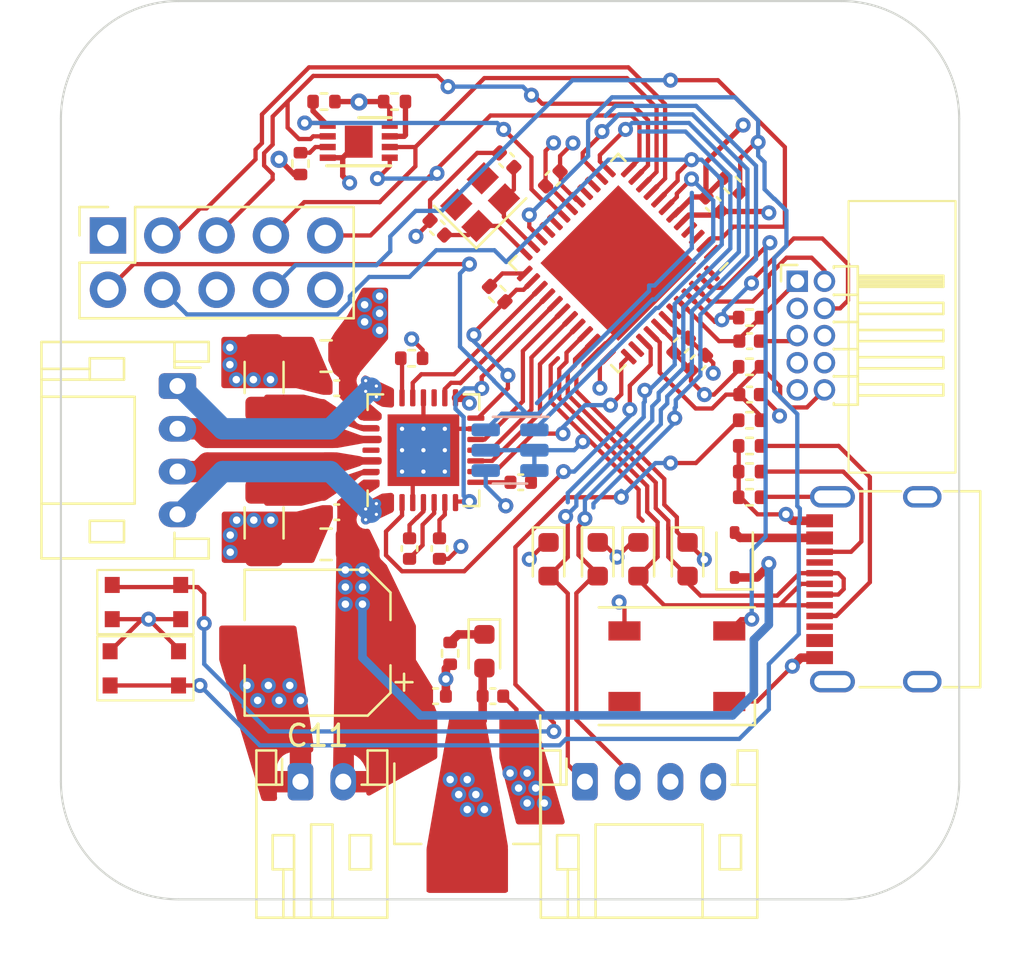
<source format=kicad_pcb>
(kicad_pcb (version 20221018) (generator pcbnew)
  (layers (0 "F.Cu" signal) (1 "In1.Cu" signal) (2 "In2.Cu" signal) (31 "B.Cu" signal) (34 "B.Paste" user) (35 "F.Paste" user) (36 "B.SilkS" user "B.Silkscreen") (37 "F.SilkS" user "F.Silkscreen") (38 "B.Mask" user) (39 "F.Mask" user) (44 "Edge.Cuts" user))
  (net 0 "")
  (net 1 "+3.3V")
  (net 2 "GND")
  (net 3 "VCC")
  (net 4 "Net-(U4-CPI)")
  (net 5 "Net-(U4-CPO)")
  (net 6 "Net-(U4-5VOUT)")
  (net 7 "RESET")
  (net 8 "Net-(U4-VCP)")
  (net 9 "Net-(D5-K)")
  (net 10 "SCL2")
  (net 11 "SDA2")
  (net 12 "V_USB")
  (net 13 "Net-(U3-PA14{slash}SERCOM2_2{slash}SERCOM4_2)")
  (net 14 "Net-(U3-PA15{slash}SERCOM2_3{slash}SERCOM4_3)")
  (net 15 "D+")
  (net 16 "D-")
  (net 19 "NEOPIX")
  (net 20 "Net-(J1-CC1)")
  (net 22 "Net-(J1-CC2)")
  (net 24 "Net-(J1-SHIELD)")
  (net 25 "MOTOR_A1")
  (net 26 "MOTOR_B1")
  (net 27 "MOTOR_A2")
  (net 28 "MOTOR_B2")
  (net 29 "SWDIO")
  (net 30 "SWCLK")
  (net 33 "Net-(U4-STDBY)")
  (net 34 "Net-(U5-~{WP})")
  (net 35 "Net-(R5-Pad1)")
  (net 36 "UART_TX")
  (net 37 "UART_RX")
  (net 38 "Net-(U5-~{HOLD})")
  (net 39 "User_Input")
  (net 40 "SCL1")
  (net 41 "SDA1")
  (net 42 "EEPROM_CS")
  (net 43 "/BRB")
  (net 44 "/BRA")
  (net 45 "EN")
  (net 46 "DIAG")
  (net 47 "INDEX")
  (net 48 "STEP")
  (net 49 "DIR")
  (net 54 "MISO")
  (net 58 "SCK")
  (net 59 "MOSI")
  (net 60 "ETH_CS")
  (net 61 "Spread")
  (net 62 "MOT_M1")
  (net 63 "MOT_M0")
  (net 67 "Net-(J6-Pin_8)")
  (footprint "Capacitor_SMD:C_0402_1005Metric" (layer "F.Cu") (at 146.7 104.6 90)
    (fp_text reference "C6" hide)
    (fp_text value "100n")
  )
  (footprint "Capacitor_SMD:C_0402_1005Metric" (layer "F.Cu") (at 161.2 97.4)
    (fp_text reference "C3" hide)
    (fp_text value "100n")
  )
  (footprint "Resistor_SMD:R_0402_1005Metric" (layer "F.Cu") (at 161.2 96.1)
    (fp_text reference "R6" hide)
    (fp_text value "10k")
  )
  (footprint "Resistor_SMD:R_0402_1005Metric" (layer "F.Cu") (at 147.2 109.5 -90)
    (fp_text reference "R10" hide)
    (fp_text value "1k")
  )
  (footprint "Capacitor_SMD:C_0402_1005Metric" (layer "F.Cu") (at 146.52 111.5)
    (fp_text reference "C1" hide)
    (fp_text value "0.47u Tant.")
  )
  (footprint "Diode_SMD:D_0603_1608Metric" (layer "F.Cu") (at 158.3 105.1 -90)
    (fp_text reference "D4" hide)
    (fp_text value "GSEN3U003")
  )
  (footprint "Package_DFN_QFN:VQFN-48-1EP_7x7mm_P0.5mm_EP5.15x5.15mm" (layer "F.Cu") (at 155.0625 91.25 -135)
    (fp_text reference "U3" hide)
    (fp_text value "ATSAMD51G18A-MU")
  )
  (footprint "Connector_JST:JST_PH_S2B-PH-K_1x02_P2.00mm_Horizontal" (layer "F.Cu") (at 140.2 115.5)
    (fp_text reference "J4" hide)
    (fp_text value "S2B-PH-K-S")
  )
  (footprint "Resistor_SMD:R_0402_1005Metric" (layer "F.Cu") (at 140.2 86.6 90)
    (fp_text reference "R11" hide)
    (fp_text value "10k")
  )
  (footprint "LED_SMD:LED_0603_1608Metric" (layer "F.Cu") (at 148.8 109.4 -90)
    (fp_text reference "D5" hide)
    (fp_text value "XZMDK54W-1")
  )
  (footprint "Capacitor_SMD:C_0402_1005Metric" (layer "F.Cu") (at 150.5 101.5)
    (fp_text reference "C5" hide)
    (fp_text value "2.2u")
  )
  (footprint "Connector_PinSocket_2.54mm:PinSocket_2x05_P2.54mm_Vertical" (layer "F.Cu") (at 131.2 89.96 90)
    (fp_text reference "J6" hide)
    (fp_text value "Conn_01x10")
  )
  (footprint "MountingHole:MountingHole_3.2mm_M3" (layer "F.Cu") (at 165.5 115.5)
    (fp_text reference "H1" hide)
    (fp_text value "MountingHole")
  )
  (footprint "Resistor_SMD:R_1206_3216Metric" (layer "F.Cu") (at 138.5 96.6 90)
    (fp_text reference "R15" hide)
    (fp_text value "120m")
  )
  (footprint "Resistor_SMD:R_0402_1005Metric" (layer "F.Cu") (at 161.2 93.8)
    (fp_text reference "R4" hide)
    (fp_text value "1k")
  )
  (footprint "Capacitor_SMD:C_0805_2012Metric" (layer "F.Cu") (at 141.4 95.6 180)
    (fp_text reference "C9" hide)
    (fp_text value "22u")
  )
  (footprint "Capacitor_SMD:C_0402_1005Metric" (layer "F.Cu") (at 145.3 104.6 90)
    (fp_text reference "C4" hide)
    (fp_text value "22n")
  )
  (footprint "Resistor_SMD:R_0402_1005Metric" (layer "F.Cu") (at 161.2 98.6)
    (fp_text reference "R5" hide)
    (fp_text value "300")
  )
  (footprint "Package_DFN_QFN:QFN-28-1EP_5x5mm_P0.5mm_EP3.35x3.35mm_ThermalVias" (layer "F.Cu") (at 145.95 100 90)
    (fp_text reference "U4" hide)
    (fp_text value "TMC2209-LA")
  )
  (footprint "Resistor_SMD:R_0402_1005Metric" (layer "F.Cu") (at 161.2 101 180)
    (fp_text reference "R3" hide)
    (fp_text value "5.1k")
  )
  (footprint "Capacitor_SMD:C_0402_1005Metric" (layer "F.Cu") (at 141.9 102.9 180)
    (fp_text reference "C8" hide)
    (fp_text value "100n")
  )
  (footprint "Resistor_SMD:R_0402_1005Metric" (layer "F.Cu") (at 144.6 83.7)
    (fp_text reference "R12" hide)
    (fp_text value "10k")
  )
  (footprint "Capacitor_SMD:C_0402_1005Metric" (layer "F.Cu") (at 159.5 88.5 -45)
    (fp_text reference "C12" hide)
    (fp_text value "100n")
  )
  (footprint "Connector_JST:JST_PH_S4B-PH-K_1x04_P2.00mm_Horizontal" (layer "F.Cu") (at 134.4 100 -90)
    (fp_text reference "J2" hide)
    (fp_text value "JST_PH")
  )
  (footprint "Diode_SMD:D_0603_1608Metric" (layer "F.Cu") (at 154.1 105.1 -90)
    (fp_text reference "D3" hide)
    (fp_text value "GSEN3U003")
  )
  (footprint "Crystal:Crystal_SMD_2520-4Pin_2.5x2.0mm" (layer "F.Cu") (at 148.6 88.4 45)
    (fp_text reference "Y1" hide)
    (fp_text value "SG-210STF 48.0000ML0")
  )
  (footprint "Resistor_SMD:R_0402_1005Metric" (layer "F.Cu") (at 145.4 95.7)
    (fp_text reference "R8" hide)
    (fp_text value "100k")
  )
  (footprint "MountingHole:MountingHole_3.2mm_M3" (layer "F.Cu") (at 165.5 84.5)
    (fp_text reference "H4" hide)
    (fp_text value "MountingHole")
  )
  (footprint "Capacitor_SMD:C_0402_1005Metric" (layer "F.Cu") (at 152 87.3 -135)
    (fp_text reference "C15" hide)
    (fp_text value "100n")
  )
  (footprint "Capacitor_SMD:CP_Elec_6.3x5.4" (layer "F.Cu") (at 141 109 180)
    (fp_text reference "C11")
    (fp_text value "47u")
  )
  (footprint "Capacitor_SMD:C_0402_1005Metric" (layer "F.Cu") (at 149.839411 86.439411 -45)
    (fp_text reference "C17" hide)
    (fp_text value "1pF")
  )
  (footprint "Resistor_SMD:R_0402_1005Metric" (layer "F.Cu") (at 161.2 102.2)
    (fp_text reference "R1" hide)
    (fp_text value "1M")
  )
  (footprint "Diode_SMD:D_0603_1608Metric" (layer "F.Cu") (at 156 105.1 -90)
    (fp_text reference "D6" hide)
    (fp_text value "GSEN3U003")
  )
  (footprint "Capacitor_SMD:C_0402_1005Metric" (layer "F.Cu") (at 158 95.1 45)
    (fp_text reference "C16" hide)
    (fp_text value "4.7u")
  )
  (footprint "LED_SMD:LED_WS2812B_PLCC4_5.0x5.0mm_P3.2mm" (layer "F.Cu") (at 157.8 110.1)
    (fp_text reference "D7" hide)
    (fp_text value "WS2812B")
  )
  (footprint "Capacitor_SMD:C_0805_2012Metric" (layer "F.Cu") (at 141.4 104.4 180)
    (fp_text reference "C10" hide)
    (fp_text value "22u")
  )
  (footprint "Diode_SMD:D_SOD-323" (layer "F.Cu") (at 160.5 104.9 90)
    (fp_text reference "D1" hide)
    (fp_text value "NSR0530HT1G")
  )
  (footprint "Push_Button:button_RKB2SJK250SMTR LFS" (layer "F.Cu") (at 133 107.1 180)
    (fp_text reference "SW1" hide)
    (fp_text value "RKB2SJK")
  )
  (footprint "Package_DFN_QFN:DFN-8-1EP_3x2mm_P0.5mm_EP1.3x1.5mm" (layer "F.Cu") (at 142.925 85.575)
    (fp_text reference "U5" hide)
    (fp_text value "AT25040B-MAHL-T")
  )
  (footprint "Capacitor_SMD:C_0402_1005Metric" (layer "F.Cu") (at 146.6 89.6 -45)
    (fp_text reference "C18" hide)
    (fp_text value "1pF")
  )
  (footprint "Capacitor_SMD:C_0402_1005Metric" (layer "F.Cu") (at 158.8 95.9 45)
    (fp_text reference "C14" hide)
    (fp_text value "100n")
  )
  (footprint "Push_Button:button_RKB2SJK250SMTR LFS" (layer "F.Cu") (at 132.9 110.2)
    (fp_text reference "SW2" hide)
    (fp_text value "RKB2SJK")
  )
  (footprint "Package_TO_SOT_SMD:SOT-223-3_TabPin2" (layer "F.Cu") (at 148 116.5 -90)
    (fp_text reference "U2" hide)
    (fp_text value "	\nUA78M33CDCYR")
  )
  (footprint "Diode_SMD:D_0603_1608Metric" (layer "F.Cu") (at 151.8 105.1 -90)
    (fp_text reference "D2" hide)
    (fp_text value "GSEN3U003")
  )
  (footprint "Resistor_SMD:R_0402_1005Metric" (layer "F.Cu") (at 160.4 87.6 -45)
    (fp_text reference "R9" hide)
    (fp_text value "10k")
  )
  (footprint "Capacitor_SMD:C_0402_1005Metric" (layer "F.Cu") (at 149.2 111.5)
    (fp_text reference "C2" hide)
    (fp_text value "22u Tant.")
  )
  (footprint "Capacitor_SMD:C_0402_1005Metric" (layer "F.Cu") (at 141.9 97.1 180)
    (fp_text reference "C7" hide)
    (fp_text value "100n")
  )
  (footprint "Resistor_SMD:R_0402_1005Metric" (layer "F.Cu") (at 149.4 92.7 -45)
    (fp_text reference "R7" hide)
    (fp_text value "1k")
  )
  (footprint "MountingHole:MountingHole_3.2mm_M3" (layer "F.Cu") (at 134.5 84.5)
    (fp_text reference "H3" hide)
    (fp_text value "MountingHole")
  )
  (footprint "Capacitor_SMD:C_0402_1005Metric" (layer "F.Cu") (at 161.2 94.9)
    (fp_text reference "C13" hide)
    (fp_text value "100n")
  )
  (footprint "Resistor_SMD:R_0402_1005Metric" (layer "F.Cu") (at 141.3 83.7 180)
    (fp_text reference "R13" hide)
    (fp_text value "10k")
  )
  (footprint "Resistor_SMD:R_1206_3216Metric" (layer "F.Cu") (at 138.5 103.4 -90)
    (fp_text reference "R14" hide)
    (fp_text value "120m")
  )
  (footprint "Resistor_SMD:R_0402_1005Metric" (layer "F.Cu") (at 161.2 99.8 180)
    (fp_text reference "R2" hide)
    (fp_text value "5.1k")
  )
  (footprint "Connector_JST:JST_PH_S4B-PH-K_1x04_P2.00mm_Horizontal" (layer "F.Cu") (at 153.5 115.5)
    (fp_text reference "J3" hide)
    (fp_text value "JST_PH")
  )
  (footprint "Connector_PinHeader_1.27mm:PinHeader_2x05_P1.27mm_Horizontal" (layer "F.Cu") (at 163.43 92.1)
    (fp_text reference "J5" hide)
    (fp_text value "1175-1628-ND")
  )
  (footprint "MountingHole:MountingHole_3.2mm_M3" (layer "F.Cu") (at 134.5 115.5)
    (fp_text reference "H2" hide)
    (fp_text value "MountingHole")
  )
  (footprint "Connector_USB:USB_C_Receptacle_G-Switch_GT-USB-7010ASV" (layer "F.Cu") (at 168.2 106.5 90)
    (fp_text reference "J1" hide)
    (fp_text value "USB_C_Receptacle_USB2.0")
  )
  (footprint "Package_TO_SOT_SMD:SOT-23-6" (layer "B.Cu") (at 150 100 180)
    (fp_text reference "U1" hide)
    (fp_text value "TLV493D" hide)
  )
  (gr_arc (start 134.5 121) (mid 130.610913 119.389087) (end 129 115.5) (stroke (width 0.1)) (layer "Edge.Cuts"))
  (gr_arc (start 165.5 79) (mid 169.389087 80.610913) (end 171 84.5) (stroke (width 0.1)) (layer "Edge.Cuts"))
  (gr_arc (start 129 84.5) (mid 130.610913 80.610913) (end 134.5 79) (stroke (width 0.1)) (layer "Edge.Cuts"))
  (gr_line (start 134.5 79) (end 165.5 79) (stroke (width 0.1)) (layer "Edge.Cuts"))
  (gr_arc (start 171 115.5) (mid 169.389087 119.389087) (end 165.5 121) (stroke (width 0.1)) (layer "Edge.Cuts"))
  (gr_line (start 171 84.5) (end 171 115.5) (stroke (width 0.1)) (layer "Edge.Cuts"))
  (gr_line (start 165.5 121) (end 134.5 121) (stroke (width 0.1)) (layer "Edge.Cuts"))
  (gr_line (start 129 115.5) (end 129 84.5) (stroke (width 0.1)) (layer "Edge.Cuts"))
  (segment (start 160.7 95) (end 160.6 94.9) (width 0.2) (layer "F.Cu") (net 1))
  (segment (start 157.660589 94.90875) (end 157.660589 95.439411) (width 0.2) (layer "F.Cu") (net 1))
  (segment (start 155.35 108.45) (end 155.35 107.35) (width 0.2) (layer "F.Cu") (net 1))
  (segment (start 140.2 87.11) (end 139.91 87.11) (width 0.25) (layer "F.Cu") (net 1))
  (segment (start 161.73 93.8) (end 163.43 92.1) (width 0.2) (layer "F.Cu") (net 1))
  (segment (start 153.11101 88.28899) (end 153.1 88.3) (width 0.2) (layer "F.Cu") (net 1))
  (segment (start 159.090734 97.4005) (end 159.533814 97.4005) (width 0.2) (layer "F.Cu") (net 1))
  (segment (start 144.375 84.825) (end 144.375 83.985) (width 0.25) (layer "F.Cu") (net 1))
  (segment (start 159.773161 94.9) (end 158.02351 93.150349) (width 0.2) (layer "F.Cu") (net 1))
  (segment (start 159.090734 97.4005) (end 158.460589 96.770355) (width 0.2) (layer "F.Cu") (net 1))
  (segment (start 155.35 107.35) (end 155.1 107.1) (width 0.2) (layer "F.Cu") (net 1))
  (segment (start 160.72 94.98) (end 160.7 95) (width 0.2) (layer "F.Cu") (net 1))
  (segment (start 160.72 94.9) (end 160.72 94.79) (width 0.2) (layer "F.Cu") (net 1))
  (segment (start 160.72 94.79) (end 161.71 93.8) (width 0.2) (layer "F.Cu") (net 1))
  (segment (start 159.533814 97.4005) (end 160.69 96.244314) (width 0.2) (layer "F.Cu") (net 1))
  (segment (start 160.72 94.9) (end 160.72 94.98) (width 0.2) (layer "F.Cu") (net 1))
  (segment (start 153.162151 88.28899) (end 153.11101 88.28899) (width 0.2) (layer "F.Cu") (net 1))
  (segment (start 144.375 83.985) (end 144.09 83.7) (width 0.25) (layer "F.Cu") (net 1))
  (segment (start 148.72 111.5) (end 148.72 112.63) (width 0.4) (layer "F.Cu") (net 1))
  (segment (start 156.962849 94.21101) (end 157.660589 94.90875) (width 0.2) (layer "F.Cu") (net 1))
  (segment (start 152.379289 87.000467) (end 152.339411 86.960589) (width 0.2) (layer "F.Cu") (net 1))
  (segment (start 161.71 93.8) (end 161.73 93.8) (width 0.2) (layer "F.Cu") (net 1))
  (segment (start 154.576364 95.625223) (end 154.2 96.001587) (width 0.2) (layer "F.Cu") (net 1))
  (segment (start 160.6 94.9) (end 159.773161 94.9) (width 0.2) (layer "F.Cu") (net 1))
  (segment (start 148.72 112.63) (end 148 113.35) (width 0.4) (layer "F.Cu") (net 1))
  (segment (start 148.72 110.2675) (end 148.8 110.1875) (width 0.4) (layer "F.Cu") (net 1))
  (segment (start 157.660589 95.439411) (end 158.460589 96.239411) (width 0.2) (layer "F.Cu") (net 1))
  (segment (start 148.72 111.5) (end 148.72 110.2675) (width 0.4) (layer "F.Cu") (net 1))
  (segment (start 154.2 96.001587) (end 154.2 97.1) (width 0.2) (layer "F.Cu") (net 1))
  (segment (start 144.09 83.7) (end 141.81 83.7) (width 0.25) (layer "F.Cu") (net 1))
  (segment (start 158.539411 88.160589) (end 159.160589 88.160589) (width 0.25) (layer "F.Cu") (net 1))
  (segment (start 152.940734 85.640734) (end 152.339411 86.242057) (width 0.2) (layer "F.Cu") (net 1))
  (segment (start 159.160589 86.539411) (end 160.9 84.8) (width 0.25) (layer "F.Cu") (net 1))
  (segment (start 152.339411 86.242057) (end 152.339411 86.960589) (width 0.2) (layer "F.Cu") (net 1))
  (segment (start 148.1 97.8) (end 147.85 97.55) (width 0.4) (layer "F.Cu") (net 1))
  (segment (start 157.7 89) (end 158.539411 88.160589) (width 0.25) (layer "F.Cu") (net 1))
  (segment (start 152.379289 87.579289) (end 152.379289 87.000467) (width 0.2) (layer "F.Cu") (net 1))
  (segment (start 153.1 88.3) (end 152.379289 87.579289) (width 0.2) (layer "F.Cu") (net 1))
  (segment (start 159.160589 88.160589) (end 159.160589 88.118163) (width 0.25) (layer "F.Cu") (net 1))
  (segment (start 139.91 87.11) (end 139.2 86.4) (width 0.25) (layer "F.Cu") (net 1))
  (segment (start 160.9 84.8) (end 160.8 84.9) (width 0.25) (layer "F.Cu") (net 1))
  (segment (start 159.160589 88.118163) (end 160.039376 87.239376) (width 0.25) (layer "F.Cu") (net 1))
  (segment (start 147.85 97.55) (end 147.475 97.55) (width 0.4) (layer "F.Cu") (net 1))
  (segment (start 158.460589 96.770355) (end 158.460589 96.239411) (width 0.2) (layer "F.Cu") (net 1))
  (segment (start 157.696097 88.996097) (end 157.7 89) (width 0.25) (layer "F.Cu") (net 1))
  (segment (start 160.69 96.244314) (end 160.69 96.1) (width 0.2) (layer "F.Cu") (net 1))
  (segment (start 159.160589 88.160589) (end 159.160589 86.539411) (width 0.25) (layer "F.Cu") (net 1))
  (segment (start 157.669956 88.996097) (end 157.696097 88.996097) (width 0.25) (layer "F.Cu") (net 1))
  (via (at 149.8 102.6) (size 0.7) (drill 0.35) (layers "F.Cu" "B.Cu") (net 1))
  (via (at 149.8 102.6) (size 0.7) (drill 0.35) (layers "F.Cu" "B.Cu") (net 1))
  (via (at 148.4 116.1) (size 0.7) (drill 0.35) (layers "F.Cu" "B.Cu") (net 1))
  (via (at 148.8 116.8) (size 0.7) (drill 0.35) (layers "F.Cu" "B.Cu") (net 1))
  (via (at 154.2 97.1) (size 0.7) (drill 0.35) (layers "F.Cu" "B.Cu") (net 1))
  (via (at 148 115.4) (size 0.7) (drill 0.35) (layers "F.Cu" "B.Cu") (net 1))
  (via (at 147.6 116.1) (size 0.7) (drill 0.35) (layers "F.Cu" "B.Cu") (net 1))
  (via (at 147.2 115.4) (size 0.7) (drill 0.35) (layers "F.Cu" "B.Cu") (net 1))
  (via (at 155.1 107.1) (size 0.7) (drill 0.35) (layers "F.Cu" "B.Cu") (net 1))
  (via (at 142.938008 83.719757) (size 0.8) (drill 0.4) (layers "F.Cu" "B.Cu") (net 1))
  (via (at 148 116.8) (size 0.7) (drill 0.35) (layers "F.Cu" "B.Cu") (net 1))
  (via (at 148.1 97.8) (size 0.7) (drill 0.35) (layers "F.Cu" "B.Cu") (net 1))
  (via (at 139.2 86.4) (size 0.8) (drill 0.4) (layers "F.Cu" "B.Cu") (net 1))
  (via (at 160.9 84.8) (size 0.7) (drill 0.35) (layers "F.Cu" "B.Cu") (net 1))
  (via (at 152.940734 85.640734) (size 0.7) (drill 0.35) (layers "F.Cu" "B.Cu") (net 1))
  (via (at 159.090734 97.4005) (size 0.7) (drill 0.35) (layers "F.Cu" "B.Cu") (net 1))
  (segment (start 148.8625 101.6625) (end 149.8 102.6) (width 0.2) (layer "B.Cu") (net 1))
  (segment (start 148.8625 100.95) (end 148.8625 101.6625) (width 0.2) (layer "B.Cu") (net 1))
  (segment (start 161.68 97.4) (end 161.7 97.4) (width 0.2) (layer "F.Cu") (net 2))
  (segment (start 162.039411 88.839411) (end 159.839411 88.839411) (width 0.25) (layer "F.Cu") (net 2))
  (segment (start 158.366816 89.006345) (end 159.672477 89.006345) (width 0.25) (layer "F.Cu") (net 2))
  (segment (start 157.2125 102.546815) (end 157.2125 101.346703) (width 0.2) (layer "F.Cu") (net 2))
  (segment (start 151.9 96.038847) (end 152.238847 95.7) (width 0.2) (layer "F.Cu") (net 2))
  (segment (start 159.084404 105.110841) (end 159.084404 105.096904) (width 0.2) (layer "F.Cu") (net 2))
  (segment (start 156.0125 101.843761) (end 151.9 97.731261) (width 0.2) (layer "F.Cu") (net 2))
  (segment (start 141.475 86.325) (end 142.175 86.325) (width 0.25) (layer "F.Cu") (net 2))
  (segment (start 156.2 103.3) (end 156.0125 103.1125) (width 0.2) (layer "F.Cu") (net 2))
  (segment (start 157.9 94.5) (end 157.9 94.441053) (width 0.2) (layer "F.Cu") (net 2))
  (segment (start 142.175 86.325) (end 142.175 87.175) (width 0.25) (layer "F.Cu") (net 2))
  (segment (start 142.175 87.175) (end 142.5 87.5) (width 0.25) (layer "F.Cu") (net 2))
  (segment (start 150.9 105.1) (end 150.8 105.1) (width 0.2) (layer "F.Cu") (net 2))
  (segment (start 154.1 104.3125) (end 154.3125 104.3125) (width 0.2) (layer "F.Cu") (net 2))
  (segment (start 155 105) (end 155.6875 104.3125) (width 0.2) (layer "F.Cu") (net 2))
  (segment (start 162.1 88.9) (end 162.039411 88.839411) (width 0.25) (layer "F.Cu") (net 2))
  (segment (start 161.574817 103) (end 162.9 103) (width 0.2) (layer "F.Cu") (net 2))
  (segment (start 162.7 98.4) (end 162.6 98.3) (width 0.2) (layer "F.Cu") (net 2))
  (segment (start 159.084404 105.096904) (end 157.8 103.8125) (width 0.2) (layer "F.Cu") (net 2))
  (segment (start 153.1 97.234202) (end 153.1 96.535905) (width 0.2) (layer "F.Cu") (net 2))
  (segment (start 149.68 111.5) (end 150.3 112.12) (width 0.2) (layer "F.Cu") (net 2))
  (segment (start 138 108.8) (end 138.2 109) (width 0.2) (layer "F.Cu") (net 2))
  (segment (start 153.438847 96.197058) (end 153.438847 96.007475) (width 0.2) (layer "F.Cu") (net 2))
  (segment (start 145.91 95.7) (end 145.91 95.31) (width 0.2) (layer "F.Cu") (net 2))
  (segment (start 154.222811 95.27167) (end 155.0625 94.431981) (width 0.2) (layer "F.Cu") (net 2))
  (segment (start 162.6 98.3) (end 162.6 98.4) (width 0.2) (layer "F.Cu") (net 2))
  (segment (start 145.45 101.5) (end 145.95 101) (width 0.2) (layer "F.Cu") (net 2))
  (segment (start 152.034715 85.628221) (end 151.660589 86.002347) (width 0.2) (layer "F.Cu") (net 2))
  (segment (start 157.8 103.134315) (end 157.2125 102.546815) (width 0.2) (layer "F.Cu") (net 2))
  (segment (start 162.9 103) (end 162.85 102.95) (width 0.2) (layer "F.Cu") (net 2))
  (segment (start 157.9 94.441053) (end 157.316403 93.857456) (width 0.2) (layer "F.Cu") (net 2))
  (segment (start 155.0625 94.431981) (end 155.0625 91.25) (width 0.2) (layer "F.Cu") (net 2))
  (segment (start 150.3 112.12) (end 150.3 113.35) (width 0.2) (layer "F.Cu") (net 2))
  (segment (start 147 110.7) (end 147 110.21) (width 0.4) (layer "F.Cu") (net 2))
  (segment (start 153.1 96.535905) (end 153.438847 96.197058) (width 0.2) (layer "F.Cu") (net 2))
  (segment (start 133.1 107.9) (end 131.4 107.9) (width 0.2) (layer "F.Cu") (net 2))
  (segment (start 152.808597 88.642544) (end 151.805464 87.639411) (width 0.2) (layer "F.Cu") (net 2))
  (segment (start 154.174652 95.27167) (end 153.438847 96.007475) (width 0.2) (layer "F.Cu") (net 2))
  (segment (start 148.4 99) (end 146.95 99) (width 0.2) (layer "F.Cu") (net 2))
  (segment (start 142.175 86.325) (end 142.925 85.575) (width 0.25) (layer "F.Cu") (net 2))
  (segment (start 164.475 109.7) (end 163.6 109.7) (width 0.4) (layer "F.Cu") (net 2))
  (segment (start 146.260589 89.260589) (end 146.260589 89.339411) (width 0.2) (layer "F.Cu") (net 2))
  (segment (start 156 104.3125) (end 156.2 104.1125) (width 0.2) (layer "F.Cu") (net 2))
  (segment (start 159.5 96.4) (end 159.5 95.921178) (width 0.2) (layer "F.Cu") (net 2))
  (segment (start 157.2125 101.346703) (end 153.1 97.234202) (width 0.2) (layer "F.Cu") (net 2))
  (segment (start 161.55 111.75) (end 163.2 110.1) (width 0.2) (layer "F.Cu") (net 2))
  (segment (start 159.139411 95.560589) (end 158.339411 94.760589) (width 0.2) (layer "F.Cu") (net 2))
  (segment (start 151.6875 104.3125) (end 151.8 104.3125) (width 0.2) (layer "F.Cu") (net 2))
  (segment (start 159.5 95.921178) (end 159.139411 95.560589) (width 0.2) (layer "F.Cu") (net 2))
  (segment (start 158.02351 89.349651) (end 158.366816 89.006345) (width 0.25) (layer "F.Cu") (net 2))
  (segment (start 154.3125 104.3125) (end 155 105) (width 0.2) (layer "F.Cu") (net 2))
  (segment (start 160.25 111.75) (end 161.55 111.75) (width 0.2) (layer "F.Cu") (net 2))
  (segment (start 147 111.5) (end 147 110.7) (width 0.4) (layer "F.Cu") (net 2))
  (segment (start 150.8 105.1) (end 150.7 105) (width 0.2) (layer "F.Cu") (net 2))
  (segment (start 163.2 103.3) (end 162.9 103) (width 0.4) (layer "F.Cu") (net 2))
  (segment (start 160.69 101) (end 160.69 99.8) (width 0.2) (layer "F.Cu") (net 2))
  (segment (start 158.339411 94.760589) (end 158.078822 94.5) (width 0.2) (layer "F.Cu") (net 2))
  (segment (start 151.805464 87.639411) (end 151.660589 87.639411) (width 0.2) (layer "F.Cu") (net 2))
  (segment (start 146.260589 89.260589) (end 146.260589 88.305097) (width 0.2) (layer "F.Cu") (net 2))
  (segment (start 159.672477 89.006345) (end 159.839411 88.839411) (width 0.25) (layer "F.Cu") (net 2))
  (segment (start 164.475 103.3) (end 163.2 103.3) (width 0.4) (layer "F.Cu") (net 2))
  (segment (start 160.69 101) (end 160.69 102.115183) (width 0.2) (layer "F.Cu") (net 2))
  (segment (start 163.17 94.9) (end 163.43 94.64) (width 0.2) (layer "F.Cu") (net 2))
  (segment (start 162.6 98.4) (end 162.7 98.4) (width 0.2) (layer "F.Cu") (net 2))
  (segment (start 151.660589 87.639411) (end 151.760589 87.639411) (width 0.2) (layer "F.Cu") (net 2))
  (segment (start 145.95 97.55) (end 145.95 99) (width 0.2) (layer "F.Cu") (net 2))
  (segment (start 145.45 102.45) (end 145.45 101.5) (width 0.2) (layer "F.Cu") (net 2))
  (segment (start 146.260589 88.305097) (end 148.465686 86.1) (width 0.2) (layer "F.Cu") (net 2))
  (segment (start 133.1 107.9) (end 134.5 109.3) (width 0.2) (layer "F.Cu") (net 2))
  (segment (start 151.8 104.3125) (end 151.96 104.1525) (width 0.2) (layer "F.Cu") (net 2))
  (segment (start 161.68 94.9) (end 163.17 94.9) (width 0.2) (layer "F.Cu") (net 2))
  (segment (start 156.0125 103.1125) (end 156.0125 101.843761) (width 0.2) (layer "F.Cu") (net 2))
  (segment (start 133.1 107.9) (end 134.6 107.9) (width 0.2) (layer "F.Cu") (net 2))
  (segment (start 146.260589 89.339411) (end 145.6 90) (width 0.2) (layer "F.Cu") (net 2))
  (segment (start 161.7 97.4) (end 162.6 98.3) (width 0.2) (layer "F.Cu") (net 2))
  (segment (start 132.8 107.9) (end 133.1 107.9) (width 0.2) (layer "F.Cu") (net 2))
  (segment (start 155.6875 104.3125) (end 156 104.3125) (width 0.2) (layer "F.Cu") (net 2))
  (segment (start 160.69 102.115183) (end 161.574817 103) (width 0.2) (layer "F.Cu") (net 2))
  (segment (start 150.9 105.1) (end 151.6875 104.3125) (width 0.2) (layer "F.Cu") (net 2))
  (segment (start 145.91 95.31) (end 145.4 94.8) (width 0.2) (layer "F.Cu") (net 2))
  (segment (start 147 110.21) (end 147.2 110.01) (width 0.4) (layer "F.Cu") (net 2))
  (segment (start 163.6 109.7) (end 163.2 110.1) (width 0.4) (layer "F.Cu") (net 2))
  (segment (start 151.660589 86.002347) (end 151.660589 87.639411) (width 0.2) (layer "F.Cu") (net 2))
  (segment (start 151.9 97.731261) (end 151.9 96.038847) (width 0.2) (layer "F.Cu") (net 2))
  (segment (start 142.5 87.5) (end 142.3 87.3) (width 0.25) (layer "F.Cu") (net 2))
  (segment (start 154.222811 95.27167) (end 154.174652 95.27167) (width 0.2) (layer "F.Cu") (net 2))
  (segment (start 157.8 103.8125) (end 157.8 103.134315) (width 0.2) (layer "F.Cu") (net 2))
  (segment (start 134.5 109.3) (end 134.5 109.4) (width 0.2) (layer "F.Cu") (net 2))
  (segment (start 158.078822 94.5) (end 157.9 94.5) (width 0.2) (layer "F.Cu") (net 2))
  (segment (start 131.3 109.4) (end 132.8 107.9) (width 0.2) (layer "F.Cu") (net 2))
  (segment (start 148.465686 86.1) (end 149.5 86.1) (width 0.2) (layer "F.Cu") (net 2))
  (via (at 145.4 94.8) (size 0.7) (drill 0.35) (layers "F.Cu" "B.Cu") (net 2))
  (via (at 150.8 115.1) (size 0.7) (drill 0.35) (layers "F.Cu" "B.Cu") (net 2))
  (via (at 151.6 116.5) (size 0.7) (drill 0.35) (layers "F.Cu" "B.Cu") (net 2))
  (via (at 138.017647 103.270588) (size 0.7) (drill 0.35) (layers "F.Cu" "B.Cu") (net 2))
  (via (at 157.7 98.5) (size 0.7) (drill 0.35) (layers "F.Cu" "B.Cu") (net 2))
  (via (at 145.6 90) (size 0.7) (drill 0.35) (layers "F.Cu" "B.Cu") (net 2))
  (via (at 162.6 98.4) (size 0.7) (drill 0.35) (layers "F.Cu" "B.Cu") (net 2))
  (via (at 150.4 115.8) (size 0.7) (drill 0.35) (layers "F.Cu" "B.Cu") (net 2))
  (via (at 150 115.1) (size 0.7) (drill 0.35) (layers "F.Cu" "B.Cu") (net 2))
  (via (at 155 105) (size 0.7) (drill 0.35) (layers "F.Cu" "B.Cu") (net 2))
  (via (at 142.5 87.5) (size 0.7) (drill 0.35) (layers "F.Cu" "B.Cu") (net 2))
  (via (at 156.3 97.2) (size 0.7) (drill 0.35) (layers "F.Cu" "B.Cu") (net 2))
  (via (at 138.7 111) (size 0.7) (drill 0.35) (layers "F.Cu" "B.Cu") (net 2))
  (via (at 153.4 99.6) (size 0.7) (drill 0.35) (layers "F.Cu" "B.Cu") (net 2))
  (via (at 140.2 111.7) (size 0.7) (drill 0.35) (layers "F.Cu" "B.Cu") (net 2))
  (via (at 152.034715 85.628221) (size 0.7) (drill 0.35) (layers "F.Cu" "B.Cu") (net 2))
  (via (at 139.2 111.7) (size 0.7) (drill 0.35) (layers "F.Cu" "B.Cu") (net 2))
  (via (at 137.217647 103.270588) (size 0.7) (drill 0.35) (layers "F.Cu" "B.Cu") (net 2))
  (via (at 138.817647 103.270588) (size 0.7) (drill 0.35) (layers "F.Cu" "B.Cu") (net 2))
  (via (at 162.9 103) (size 0.7) (drill 0.35) (layers "F.Cu" "B.Cu") (net 2))
  (via (at 133.1 107.9) (size 0.7) (drill 0.35) (layers "F.Cu" "B.Cu") (net 2))
  (via (at 137.2 96.7) (size 0.7) (drill 0.35) (layers "F.Cu" "B.Cu") (net 2))
  (via (at 138 96.7) (size 0.7) (drill 0.35) (layers "F.Cu" "B.Cu") (net 2))
  (via (at 145.4 94.8) (size 0.7) (drill 0.35) (layers "F.Cu" "B.Cu") (net 2))
  (via (at 136.9 95.2) (size 0.7) (drill 0.35) (layers "F.Cu" "B.Cu") (net 2))
  (via (at 162.1 88.9) (size 0.7) (drill 0.35) (layers "F.Cu" "B.Cu") (net 2))
  (via (at 136.917647 104.770588) (size 0.7) (drill 0.35) (layers "F.Cu" "B.Cu") (net 2))
  (via (at 136.9 96) (size 0.7) (drill 0.35) (layers "F.Cu" "B.Cu") (net 2))
  (via (at 147 110.7) (size 0.7) (drill 0.35) (layers "F.Cu" "B.Cu") (net 2))
  (via (at 138.8 96.7) (size 0.7) (drill 0.35) (layers "F.Cu" "B.Cu") (net 2))
  (via (at 139.7 111) (size 0.7) (drill 0.35) (layers "F.Cu" "B.Cu") (net 2))
  (via (at 136.917647 103.970588) (size 0.7) (drill 0.35) (layers "F.Cu" "B.Cu") (net 2))
  (via (at 159.084404 105.110841) (size 0.7) (drill 0.35) (layers "F.Cu" "B.Cu") (net 2))
  (via (at 137.7 111) (size 0.7) (drill 0.35) (layers "F.Cu" "B.Cu") (net 2))
  (via (at 138.2 111.7) (size 0.7) (drill 0.35) (layers "F.Cu" "B.Cu") (net 2))
  (via (at 151.2 115.8) (size 0.7) (drill 0.35) (layers "F.Cu" "B.Cu") (net 2))
  (via (at 163.2 110.1) (size 0.7) (drill 0.35) (layers "F.Cu" "B.Cu") (net 2))
  (via (at 150.9 105.1) (size 0.7) (drill 0.35) (layers "F.Cu" "B.Cu") (net 2))
  (via (at 150.8 116.5) (size 0.7) (drill 0.35) (layers "F.Cu" "B.Cu") (net 2))
  (via (at 159.5 96.4) (size 0.7) (drill 0.35) (layers "F.Cu" "B.Cu") (net 2))
  (segment (start 160.3 90.565171) (end 160.3 87.197058) (width 0.2) (layer "B.Cu") (net 2))
  (segment (start 161.5 86.7) (end 158.7 83.9) (width 0.2) (layer "B.Cu") (net 2))
  (segment (start 153 100) (end 151.1375 100) (width 0.2) (layer "B.Cu") (net 2))
  (segment (start 157.7 98.5) (end 157.7 98.031372) (width 0.2) (layer "B.Cu") (net 2))
  (segment (start 153.902942 100.8) (end 156.25 98.452942) (width 0.2) (layer "B.Cu") (net 2))
  (segment (start 156.3 97.2) (end 156.5 97.2) (width 0.2) (layer "B.Cu") (net 2))
  (segment (start 152.7 102.002942) (end 152.7 102.434314) (width 0.2) (layer "B.Cu") (net 2))
  (segment (start 153.4 99.6) (end 153 100) (width 0.2) (layer "B.Cu") (net 2))
  (segment (start 157.7 98.5) (end 157.7 98.7) (width 0.2) (layer "B.Cu") (net 2))
  (segment (start 156.5 97.2) (end 157.097058 96.602942) (width 0.2) (layer "B.Cu") (net 2))
  (segment (start 157.097058 96.602942) (end 157.1 96.602942) (width 0.2) (layer "B.Cu") (net 2))
  (segment (start 157.75 97.65) (end 158.9 96.5) (width 0.2) (layer "B.Cu") (net 2))
  (segment (start 156.756128 92.3) (end 156.5 92.3) (width 0.2) (layer "B.Cu") (net 2))
  (segment (start 160.3 87.197058) (end 158.202942 85.1) (width 0.2) (layer "B.Cu") (net 2))
  (segment (start 156.25 97.784314) (end 156.3 97.734314) (width 0.2) (layer "B.Cu") (net 2))
  (segment (start 156.25 98.452942) (end 156.25 97.784314) (width 0.2) (layer "B.Cu") (net 2))
  (segment (start 158.7 83.9) (end 154.934314 83.9) (width 0.2) (layer "B.Cu") (net 2))
  (segment (start 158.5 87.965686) (end 158.5 90.556128) (width 0.2) (layer "B.Cu") (net 2))
  (segment (start 157.7 98.031372) (end 157.75 97.981372) (width 0.2) (layer "B.Cu") (net 2))
  (segment (start 156.5 92.556128) (end 151.256128 97.8) (width 0.2) (layer "B.Cu") (net 2))
  (segment (start 151.1375 100.95) (end 151.1375 100) (width 0.2) (layer "B.Cu") (net 2))
  (segment (start 153.902942 100.8) (end 152.7 102.002942) (width 0.2) (layer "B.Cu") (net 2))
  (segment (start 157.7 98.7) (end 153.9 102.5) (width 0.2) (layer "B.Cu") (net 2))
  (segment (start 156.5 92.3) (end 156.5 92.556128) (width 0.2) (layer "B.Cu") (net 2))
  (segment (start 158.202942 85.1) (end 156.05 85.1) (width 0.2) (layer "B.Cu") (net 2))
  (segment (start 153.9 102.5) (end 153.9 102.680761) (width 0.2) (layer "B.Cu") (net 2))
  (segment (start 157.1 96.602942) (end 157.7 96.002942) (width 0.2) (layer "B.Cu") (net 2))
  (segment (start 157.7 93.165171) (end 160.3 90.565171) (width 0.2) (layer "B.Cu") (net 2))
  (segment (start 157.75 97.981372) (end 157.75 97.65) (width 0.2) (layer "B.Cu") (net 2))
  (segment (start 156.3 97.734314) (end 156.3 97.2) (width 0.2) (layer "B.Cu") (net 2))
  (segment (start 158.9 93.662229) (end 161.5 91.062229) (width 0.2) (layer "B.Cu") (net 2))
  (segment (start 157.7 96.002942) (end 157.7 93.165171) (width 0.2) (layer "B.Cu") (net 2))
  (segment (start 158.9 96.5) (end 158.9 93.662229) (width 0.2) (layer "B.Cu") (net 2))
  (segment (start 161.5 91.062229) (end 161.5 86.7) (width 0.2) (layer "B.Cu") (net 2))
  (segment (start 158.5 90.556128) (end 156.756128 92.3) (width 0.2) (layer "B.Cu") (net 2))
  (segment (start 148.8625 100) (end 151.1375 100) (width 0.2) (layer "B.Cu") (net 2))
  (segment (start 154.934314 83.9) (end 154.467157 84.367157) (width 0.2) (layer "B.Cu") (net 2))
  (segment (start 162.1 105.4) (end 162.1 105.3) (width 0.4) (layer "F.Cu") (net 3))
  (segment (start 147.12 105.08) (end 147.7 104.5) (width 0.2) (layer "F.Cu") (net 3))
  (segment (start 162.1 105.3) (end 162.2 105.3) (width 0.4) (layer "F.Cu") (net 3))
  (segment (start 146.7 105.08) (end 147.12 105.08) (width 0.2) (layer "F.Cu") (net 3))
  (segment (start 161.55 105.95) (end 162.1 105.4) (width 0.4) (layer "F.Cu") (net 3))
  (segment (start 160.5 105.95) (end 161.55 105.95) (width 0.4) (layer "F.Cu") (net 3))
  (segment (start 162.2 105.3) (end 162.2 105.3) (width 0.4) (layer "F.Cu") (net 3))
  (via (at 143.9 92.8) (size 0.7) (drill 0.35) (layers "F.Cu" "B.Cu") (net 3))
  (via (at 142.3 107.2) (size 0.7) (drill 0.35) (layers "F.Cu" "B.Cu") (net 3))
  (via (at 142.3 106.4) (size 0.7) (drill 0.35) (layers "F.Cu" "B.Cu") (net 3))
  (via (at 143.9 93.6) (size 0.7) (drill 0.35) (layers "F.Cu" "B.Cu") (net 3))
  (via (at 143.1 107.2) (size 0.7) (drill 0.35) (layers "F.Cu" "B.Cu") (net 3))
  (via (at 143.2 94) (size 0.7) (drill 0.35) (layers "F.Cu" "B.Cu") (net 3))
  (via (at 143.1 106.4) (size 0.7) (drill 0.35) (layers "F.Cu" "B.Cu") (net 3))
  (via (at 162.1 105.3) (size 0.7) (drill 0.35) (layers "F.Cu" "B.Cu") (net 3))
  (via (at 142.3 105.6) (size 0.7) (drill 0.35) (layers "F.Cu" "B.Cu") (net 3))
  (via (at 143.9 94.4) (size 0.7) (drill 0.35) (layers "F.Cu" "B.Cu") (net 3))
  (via (at 143.2 93.2) (size 0.7) (drill 0.35) (layers "F.Cu" "B.Cu") (net 3))
  (via (at 143.1 105.6) (size 0.7) (drill 0.35) (layers "F.Cu" "B.Cu") (net 3))
  (via (at 147.7 104.5) (size 0.7) (drill 0.35) (layers "F.Cu" "B.Cu") (net 3))
  (segment (start 161.4 111.4) (end 160.4 112.4) (width 0.4) (layer "B.Cu") (net 3))
  (segment (start 160.4 112.4) (end 145.8 112.4) (width 0.4) (layer "B.Cu") (net 3))
  (segment (start 161.4 108.860161) (end 161.4 111.4) (width 0.4) (layer "B.Cu") (net 3))
  (segment (start 145.8 112.4) (end 143.1 109.7) (width 0.4) (layer "B.Cu") (net 3))
  (segment (start 162.1 105.3) (end 162.1 108.160161) (width 0.4) (layer "B.Cu") (net 3))
  (segment (start 162.1 108.160161) (end 161.4 108.860161) (width 0.4) (layer "B.Cu") (net 3))
  (segment (start 143.1 109.7) (end 143.1 107.2) (width 0.4) (layer "B.Cu") (net 3))
  (segment (start 145.3 105.052254) (end 145.91 104.442254) (width 0.2) (layer "F.Cu") (net 4))
  (segment (start 145.91 104.442254) (end 145.91 103.49) (width 0.2) (layer "F.Cu") (net 4))
  (segment (start 145.3 105.08) (end 145.3 105.052254) (width 0.2) (layer "F.Cu") (net 4))
  (segment (start 146.45 102.95) (end 146.45 102.45) (width 0.2) (layer "F.Cu") (net 4))
  (segment (start 145.91 103.49) (end 146.45 102.95) (width 0.2) (layer "F.Cu") (net 4))
  (segment (start 145.662652 103.15) (end 145.65 103.15) (width 0.2) (layer "F.Cu") (net 5))
  (segment (start 145.3 104.12) (end 145.4 104.22) (width 0.2) (layer "F.Cu") (net 5))
  (segment (start 145.95 102.862652) (end 145.662652 103.15) (width 0.2) (layer "F.Cu") (net 5))
  (segment (start 145.3 103.5) (end 145.3 104.12) (width 0.2) (layer "F.Cu") (net 5))
  (segment (start 145.65 103.15) (end 145.3 103.5) (width 0.2) (layer "F.Cu") (net 5))
  (segment (start 145.95 102.45) (end 145.95 102.862652) (width 0.2) (layer "F.Cu") (net 5))
  (segment (start 148.4 101.5) (end 150.02 101.5) (width 0.2) (layer "F.Cu") (net 6))
  (segment (start 160.1 97.4) (end 159.45 98.05) (width 0.2) (layer "F.Cu") (net 7))
  (segment (start 157 96.369739) (end 157 94.955267) (width 0.2) (layer "F.Cu") (net 7))
  (segment (start 158.680261 98.05) (end 157 96.369739) (width 0.2) (layer "F.Cu") (net 7))
  (segment (start 161.71 96.1) (end 162.63 97.02) (width 0.2) (layer "F.Cu") (net 7))
  (segment (start 162.63 97.511371) (end 163.118629 98) (width 0.2) (layer "F.Cu") (net 7))
  (segment (start 157 94.955267) (end 156.609296 94.564563) (width 0.2) (layer "F.Cu") (net 7))
  (segment (start 161.71 98.6) (end 161.71 98.39) (width 0.2) (layer "F.Cu") (net 7))
  (segment (start 159.45 98.05) (end 158.680261 98.05) (width 0.2) (layer "F.Cu") (net 7))
  (segment (start 163.118629 98) (end 163.88 98) (width 0.2) (layer "F.Cu") (net 7))
  (segment (start 163.88 98) (end 164.7 97.18) (width 0.2) (layer "F.Cu") (net 7))
  (segment (start 162.63 97.02) (end 162.63 97.511371) (width 0.2) (layer "F.Cu") (net 7))
  (segment (start 160.72 97.4) (end 160.72 97.09) (width 0.2) (layer "F.Cu") (net 7))
  (segment (start 160.72 97.09) (end 161.71 96.1) (width 0.2) (layer "F.Cu") (net 7))
  (segment (start 161.71 98.39) (end 160.72 97.4) (width 0.2) (layer "F.Cu") (net 7))
  (segment (start 160.72 97.4) (end 160.1 97.4) (width 0.2) (layer "F.Cu") (net 7))
  (segment (start 146.7 103.265686) (end 146.7 104.12) (width 0.2) (layer "F.Cu") (net 8))
  (segment (start 146.95 103.015686) (end 146.7 103.265686) (width 0.2) (layer "F.Cu") (net 8))
  (segment (start 146.95 102.45) (end 146.95 103.015686) (width 0.2) (layer "F.Cu") (net 8))
  (segment (start 148.8 108.6125) (end 147.5775 108.6125) (width 0.4) (layer "F.Cu") (net 9))
  (segment (start 147.5775 108.6125) (end 147.2 108.99) (width 0.4) (layer "F.Cu") (net 9))
  (segment (start 152.6 103.1) (end 152.7 103.2) (width 0.2) (layer "F.Cu") (net 10))
  (segment (start 151.8125 105.8875) (end 152.7 105) (width 0.2) (layer "F.Cu") (net 10))
  (segment (start 151.8 105.8875) (end 151.8875 105.8875) (width 0.2) (layer "F.Cu") (net 10))
  (segment (start 154.2 86.498413) (end 154.2 86.2) (width 0.2) (layer "F.Cu") (net 10))
  (segment (start 152.7 114.7) (end 153.5 115.5) (width 0.2) (layer "F.Cu") (net 10))
  (segment (start 154.2 86.2) (end 155.4 85) (width 0.2) (layer "F.Cu") (net 10))
  (segment (start 154.576364 86.874777) (end 154.2 86.498413) (width 0.2) (layer "F.Cu") (net 10))
  (segment (start 152.7 105) (end 152.7 103.2) (width 0.2) (layer "F.Cu") (net 10))
  (segment (start 151.8875 105.8875) (end 152.7 106.7) (width 0.2) (layer "F.Cu") (net 10))
  (segment (start 151.7 105.8875) (end 151.8125 105.8875) (width 0.2) (layer "F.Cu") (net 10))
  (segment (start 152.7 106.7) (end 152.7 114.7) (width 0.2) (layer "F.Cu") (net 10))
  (via (at 155.4 85) (size 0.7) (drill 0.35) (layers "F.Cu" "B.Cu") (net 10))
  (via (at 152.6 103.1) (size 0.7) (drill 0.35) (layers "F.Cu" "B.Cu") (net 10))
  (segment (start 156.95 97.65) (end 156.95 97.315686) (width 0.2) (layer "B.Cu") (net 10))
  (segment (start 158.1 96.168628) (end 158.1 93.330857) (width 0.2) (layer "B.Cu") (net 10))
  (segment (start 152.6 103.1) (end 153.1 102.6) (width 0.2) (layer "B.Cu") (net 10))
  (segment (start 160.7 90.730857) (end 160.7 87.031372) (width 0.2) (layer "B.Cu") (net 10))
  (segment (start 157.265686 97.002942) (end 158.1 96.168628) (width 0.2) (layer "B.Cu") (net 10))
  (segment (start 153.1 102.6) (end 153.1 102.168628) (width 0.2) (layer "B.Cu") (net 10))
  (segment (start 153.1 102.168628) (end 156.65 98.618628) (width 0.2) (layer "B.Cu") (net 10))
  (segment (start 156.65 97.95) (end 156.95 97.65) (width 0.2) (layer "B.Cu") (net 10))
  (segment (start 156.95 97.315686) (end 157.262744 97.002942) (width 0.2) (layer "B.Cu") (net 10))
  (segment (start 156.65 98.618628) (end 156.65 97.95) (width 0.2) (layer "B.Cu") (net 10))
  (segment (start 157.262744 97.002942) (end 157.265686 97.002942) (width 0.2) (layer "B.Cu") (net 10))
  (segment (start 160.7 87.031372) (end 158.368628 84.7) (width 0.2) (layer "B.Cu") (net 10))
  (segment (start 155.7 84.7) (end 155.4 85) (width 0.2) (layer "B.Cu") (net 10))
  (segment (start 158.368628 84.7) (end 155.7 84.7) (width 0.2) (layer "B.Cu") (net 10))
  (segment (start 158.1 93.330857) (end 160.7 90.730857) (width 0.2) (layer "B.Cu") (net 10))
  (segment (start 154.2 105.8875) (end 154.1875 105.8875) (width 0.2) (layer "F.Cu") (net 11))
  (segment (start 154.3 85.2) (end 154.3 85.1) (width 0.2) (layer "F.Cu") (net 11))
  (segment (start 155.5 115.5) (end 155.5 115) (width 0.2) (layer "F.Cu") (net 11))
  (segment (start 153.2 103.6) (end 153.5 103.2) (width 0.2) (layer "F.Cu") (net 11))
  (segment (start 153.1 112.6) (end 153.1 106.6875) (width 0.2) (layer "F.Cu") (net 11))
  (segment (start 154.222811 87.22833) (end 154.222811 87.222811) (width 0.2) (layer "F.Cu") (net 11))
  (segment (start 153.1 106.6875) (end 154 105.7875) (width 0.2) (layer "F.Cu") (net 11))
  (segment (start 155.5 115) (end 153.1 112.6) (width 0.2) (layer "F.Cu") (net 11))
  (segment (start 153.4 86.4) (end 153.4 86.1) (width 0.2) (layer "F.Cu") (net 11))
  (segment (start 154.222811 87.222811) (end 153.4 86.4) (width 0.2) (layer "F.Cu") (net 11))
  (segment (start 154.4 85.1) (end 154.3 85.2) (width 0.2) (layer "F.Cu") (net 11))
  (segment (start 154.1875 105.8875) (end 153.2 104.9) (width 0.2) (layer "F.Cu") (net 11))
  (segment (start 154.3 85.1) (end 154.4 85.1) (width 0.2) (layer "F.Cu") (net 11))
  (segment (start 153.2 104.9) (end 153.2 103.6) (width 0.2) (layer "F.Cu") (net 11))
  (segment (start 153.5 103.2) (end 153.4 103.4) (width 0.2) (layer "F.Cu") (net 11))
  (segment (start 153.4 86.1) (end 154.3 85.2) (width 0.2) (layer "F.Cu") (net 11))
  (via (at 154.3 85.1) (size 0.7) (drill 0.35) (layers "F.Cu" "B.Cu") (net 11))
  (via (at 153.5 103.2) (size 0.7) (drill 0.35) (layers "F.Cu" "B.Cu") (net 11))
  (segment (start 158.5 93.496543) (end 161.1 90.896543) (width 0.2) (layer "B.Cu") (net 11))
  (segment (start 157.05 98.784314) (end 157.05 98.115686) (width 0.2) (layer "B.Cu") (net 11))
  (segment (start 153.5 103.2) (end 153.5 102.334314) (width 0.2) (layer "B.Cu") (net 11))
  (segment (start 158.534314 84.3) (end 155.1 84.3) (width 0.2) (layer "B.Cu") (net 11))
  (segment (start 161.1 86.865686) (end 158.534314 84.3) (width 0.2) (layer "B.Cu") (net 11))
  (segment (start 157.35 97.484314) (end 158.5 96.334314) (width 0.2) (layer "B.Cu") (net 11))
  (segment (start 157.35 97.815686) (end 157.35 97.484314) (width 0.2) (layer "B.Cu") (net 11))
  (segment (start 157.05 98.115686) (end 157.35 97.815686) (width 0.2) (layer "B.Cu") (net 11))
  (segment (start 153.5 102.334314) (end 157.05 98.784314) (width 0.2) (layer "B.Cu") (net 11))
  (segment (start 155.1 84.3) (end 154.3 85.1) (width 0.2) (layer "B.Cu") (net 11))
  (segment (start 161.1 90.896543) (end 161.1 86.865686) (width 0.2) (layer "B.Cu") (net 11))
  (segment (start 158.5 96.334314) (end 158.5 93.496543) (width 0.2) (layer "B.Cu") (net 11))
  (segment (start 160.75 104.1) (end 160.5 103.85) (width 0.4) (layer "F.Cu") (net 12))
  (segment (start 164.475 104.1) (end 160.75 104.1) (width 0.4) (layer "F.Cu") (net 12))
  (segment (start 149.713693 89.083174) (end 149.713693 88.276256) (width 0.2) (layer "F.Cu") (net 13))
  (segment (start 151.04083 90.410311) (end 149.713693 89.083174) (width 0.2) (layer "F.Cu") (net 13))
  (segment (start 150.178822 87.811127) (end 149.713693 88.276256) (width 0.2) (layer "F.Cu") (net 13))
  (segment (start 150.178822 86.778822) (end 150.178822 87.811127) (width 0.2) (layer "F.Cu") (net 13))
  (segment (start 149.437106 89.513693) (end 150.687277 90.763864) (width 0.2) (layer "F.Cu") (net 14))
  (segment (start 148.050538 89.939411) (end 146.939411 89.939411) (width 0.2) (layer "F.Cu") (net 14))
  (segment (start 148.476256 89.513693) (end 149.437106 89.513693) (width 0.2) (layer "F.Cu") (net 14))
  (segment (start 148.476256 89.513693) (end 148.050538 89.939411) (width 0.2) (layer "F.Cu") (net 14))
  (segment (start 165.345 105.75) (end 164.475 105.75) (width 0.2) (layer "F.Cu") (net 15))
  (segment (start 156.8125 102.712501) (end 156.8125 101.512389) (width 0.2) (layer "F.Cu") (net 15))
  (segment (start 157.4 104.9875) (end 157.4 103.7) (width 0.2) (layer "F.Cu") (net 15))
  (segment (start 157.4 103.7) (end 157.4 103.5) (width 0.2) (layer "F.Cu") (net 15))
  (segment (start 152.7 97.399889) (end 152.7 96.370219) (width 0.2) (layer "F.Cu") (net 15))
  (segment (start 156.8125 101.512389) (end 152.7 97.399889) (width 0.2) (layer "F.Cu") (net 15))
  (segment (start 164.475 106.75) (end 165.345 106.75) (width 0.2) (layer "F.Cu") (net 15))
  (segment (start 153.038847 95.748526) (end 153.869257 94.918116) (width 0.2) (layer "F.Cu") (net 15))
  (segment (start 158.90625 106.8) (end 158.3 106.19375) (width 0.2) (layer "F.Cu") (net 15))
  (segment (start 164.475 105.75) (end 163.539314 105.75) (width 0.2) (layer "F.Cu") (net 15))
  (segment (start 162.489314 106.8) (end 158.90625 106.8) (width 0.2) (layer "F.Cu") (net 15))
  (segment (start 158.3 105.8875) (end 157.4 104.9875) (width 0.2) (layer "F.Cu") (net 15))
  (segment (start 152.7 96.370219) (end 153.038847 96.031372) (width 0.2) (layer "F.Cu") (net 15))
  (segment (start 157.4 103.7) (end 157.4 103.300001) (width 0.2) (layer "F.Cu") (net 15))
  (segment (start 165.345 106.75) (end 165.6 106.495) (width 0.2) (layer "F.Cu") (net 15))
  (segment (start 163.539314 105.75) (end 162.489314 106.8) (width 0.2) (layer "F.Cu") (net 15))
  (segment (start 165.6 106.005) (end 165.345 105.75) (width 0.2) (layer "F.Cu") (net 15))
  (segment (start 157.4 103.300001) (end 156.8125 102.712501) (width 0.2) (layer "F.Cu") (net 15))
  (segment (start 165.6 106.495) (end 165.6 106.005) (width 0.2) (layer "F.Cu") (net 15))
  (segment (start 158.3 106.19375) (end 158.3 105.5875) (width 0.2) (layer "F.Cu") (net 15))
  (segment (start 153.038847 96.031372) (end 153.038847 95.748526) (width 0.2) (layer "F.Cu") (net 15))
  (segment (start 156 105.8875) (end 156.9 104.9875) (width 0.2) (layer "F.Cu") (net 16))
  (segment (start 152.3 97.565575) (end 152.3 96.204533) (width 0.2) (layer "F.Cu") (net 16))
  (segment (start 156.9 104.9875) (end 156.9 103.365687) (width 0.2) (layer "F.Cu") (net 16))
  (segment (start 163.605 106.25) (end 162.605 107.25) (width 0.2) (layer "F.Cu") (net 16))
  (segment (start 164.475 106.25) (end 163.605 106.25) (width 0.2) (layer "F.Cu") (net 16))
  (segment (start 162.605 107.25) (end 162.6 107.25) (width 0.2) (layer "F.Cu") (net 16))
  (segment (start 156.4125 102.878187) (end 156.4125 101.678075) (width 0.2) (layer "F.Cu") (net 16))
  (segment (start 156.2 106.24375) (end 156.2 105.5875) (width 0.2) (layer "F.Cu") (net 16))
  (segment (start 164.475 107.25) (end 162.6 107.25) (width 0.2) (layer "F.Cu") (net 16))
  (segment (start 162.6 107.25) (end 157.20625 107.25) (width 0.2) (layer "F.Cu") (net 16))
  (segment (start 152.3 96.204533) (end 152.638847 95.865686) (width 0.2) (layer "F.Cu") (net 16))
  (segment (start 152.638847 95.44142) (end 153.515704 94.564563) (width 0.2) (layer "F.Cu") (net 16))
  (segment (start 156.4125 101.678075) (end 152.3 97.565575) (width 0.2) (layer "F.Cu") (net 16))
  (segment (start 152.638847 95.865686) (end 152.638847 95.44142) (width 0.2) (layer "F.Cu") (net 16))
  (segment (start 156.9 103.365687) (end 156.4125 102.878187) (width 0.2) (layer "F.Cu") (net 16))
  (segment (start 157.20625 107.25) (end 156.2 106.24375) (width 0.2) (layer "F.Cu") (net 16))
  (segment (start 162.149008 90.29748) (end 162.148302 90.29748) (width 0.2) (layer "F.Cu") (net 19))
  (segment (start 160.25 108.45) (end 160.8005 107.8995) (width 0.2) (layer "F.Cu") (net 19))
  (segment (start 159.402475 92.407994) (end 159.08417 92.089689) (width 0.2) (layer "F.Cu") (net 19))
  (segment (start 160.037788 92.407994) (end 159.402475 92.407994) (width 0.2) (layer "F.Cu") (net 19))
  (segment (start 160.8005 107.8995) (end 161.3 107.8995) (width 0.2) (layer "F.Cu") (net 19))
  (segment (start 162.148302 90.29748) (end 160.037788 92.407994) (width 0.2) (layer "F.Cu") (net 19))
  (via (at 161.3 107.8995) (size 0.7) (drill 0.35) (layers "F.Cu" "B.Cu") (net 19))
  (via (at 162.149008 90.29748) (size 0.7) (drill 0.35) (layers "F.Cu" "B.Cu") (net 19))
  (segment (start 161.95 90.496488) (end 161.95 104.04038) (width 0.2) (layer "B.Cu") (net 19))
  (segment (start 161.3 104.69038) (end 161.3 107.8995) (width 0.2) (layer "B.Cu") (net 19))
  (segment (start 161.95 104.04038) (end 161.3 104.69038) (width 0.2) (layer "B.Cu") (net 19))
  (segment (start 162.149008 90.29748) (end 161.95 90.496488) (width 0.2) (layer "B.Cu") (net 19))
  (segment (start 166.825 106.175) (end 165.25 107.75) (width 0.2) (layer "F.Cu") (net 20))
  (segment (start 161.71 99.8) (end 165.363629 99.8) (width 0.2) (layer "F.Cu") (net 20))
  (segment (start 165.363629 99.8) (end 166.825 101.261371) (width 0.2) (layer "F.Cu") (net 20))
  (segment (start 166.825 101.261371) (end 166.825 106.175) (width 0.2) (layer "F.Cu") (net 20))
  (segment (start 165.25 107.75) (end 164.475 107.75) (width 0.2) (layer "F.Cu") (net 20))
  (segment (start 165.945 104.75) (end 164.475 104.75) (width 0.2) (layer "F.Cu") (net 22))
  (segment (start 161.71 101) (end 165.576371 101) (width 0.2) (layer "F.Cu") (net 22))
  (segment (start 165.576371 101) (end 166.425 101.848629) (width 0.2) (layer "F.Cu") (net 22))
  (segment (start 166.425 101.848629) (end 166.425 104.27) (width 0.2) (layer "F.Cu") (net 22))
  (segment (start 166.425 104.27) (end 165.945 104.75) (width 0.2) (layer "F.Cu") (net 22))
  (segment (start 165.075 102.18) (end 161.73 102.18) (width 0.2) (layer "F.Cu") (net 24))
  (segment (start 161.73 102.18) (end 161.71 102.2) (width 0.2) (layer "F.Cu") (net 24))
  (via (at 143.25 96.75) (size 0.45) (drill 0.15) (layers "F.Cu" "B.Cu") (net 25))
  (via (at 143.75 97) (size 0.45) (drill 0.15) (layers "F.Cu" "B.Cu") (net 25))
  (via (at 143.75 97.5) (size 0.45) (drill 0.15) (layers "F.Cu" "B.Cu") (net 25))
  (via (at 143.25 97.25) (size 0.45) (drill 0.15) (layers "F.Cu" "B.Cu") (net 25))
  (segment (start 136.563478 99) (end 141.6 99) (width 1) (layer "B.Cu") (net 25))
  (segment (start 134.563478 97) (end 136.563478 99) (width 1) (layer "B.Cu") (net 25))
  (segment (start 134.45 97) (end 134.563478 97) (width 1) (layer "B.Cu") (net 25))
  (segment (start 134.55 96.9) (end 134.45 97) (width 1) (layer "B.Cu") (net 25))
  (segment (start 141.6 99) (end 143.5 97.1) (width 1) (layer "B.Cu") (net 25))
  (segment (start 135.85 99.4) (end 141.7 99.4) (width 1) (layer "F.Cu") (net 26))
  (segment (start 134.45 99) (end 135.45 99) (width 1) (layer "F.Cu") (net 26))
  (segment (start 135.45 99) (end 135.85 99.4) (width 1) (layer "F.Cu") (net 26))
  (segment (start 135.85 100.6) (end 141.7 100.6) (width 1) (layer "F.Cu") (net 27))
  (segment (start 135.45 101) (end 135.85 100.6) (width 1) (layer "F.Cu") (net 27))
  (segment (start 135.45 101) (end 134.45 101) (width 1) (layer "F.Cu") (net 27))
  (via (at 143.25 103.25) (size 0.45) (drill 0.15) (layers "F.Cu" "B.Cu") (net 28))
  (via (at 143.25 102.75) (size 0.45) (drill 0.15) (layers "F.Cu" "B.Cu") (net 28))
  (via (at 143.75 103) (size 0.45) (drill 0.15) (layers "F.Cu" "B.Cu") (net 28))
  (via (at 143.75 102.5) (size 0.45) (drill 0.15) (layers "F.Cu" "B.Cu") (net 28))
  (segment (start 136.563478 101) (end 141.6 101) (width 1) (layer "B.Cu") (net 28))
  (segment (start 134.563478 103) (end 136.563478 101) (width 1) (layer "B.Cu") (net 28))
  (segment (start 134.45 103) (end 134.563478 103) (width 1) (layer "B.Cu") (net 28))
  (segment (start 141.6 101) (end 143.5 102.9) (width 1) (layer "B.Cu") (net 28))
  (segment (start 159.337373 93.05) (end 158.730616 92.443243) (width 0.2) (layer "F.Cu") (net 29))
  (segment (start 164.7 92.1) (end 164.7 91.6) (width 0.2) (layer "F.Cu") (net 29))
  (segment (start 161.35 93.05) (end 159.337373 93.05) (width 0.2) (layer "F.Cu") (net 29))
  (segment (start 164.7 91.6) (end 164.1 91) (width 0.2) (layer "F.Cu") (net 29))
  (segment (start 162.1 92.3) (end 161.35 93.05) (width 0.2) (layer "F.Cu") (net 29))
  (segment (start 162.1 91.83) (end 162.1 92.3) (width 0.2) (layer "F.Cu") (net 29))
  (segment (start 162.93 91) (end 162.1 91.83) (width 0.2) (layer "F.Cu") (net 29))
  (segment (start 164.1 91) (end 162.93 91) (width 0.2) (layer "F.Cu") (net 29))
  (segment (start 161.290734 92.073581) (end 163.264315 90.1) (width 0.2) (layer "F.Cu") (net 30))
  (segment (start 164.6 90.1) (end 165.8 91.3) (width 0.2) (layer "F.Cu") (net 30))
  (segment (start 160.69 93.8) (end 160.2 93.8) (width 0.2) (layer "F.Cu") (net 30))
  (segment (start 159.9 93.9) (end 159.580267 94) (width 0.2) (layer "F.Cu") (net 30))
  (segment (start 159.580267 94) (end 158.377063 92.796796) (width 0.2) (layer "F.Cu") (net 30))
  (segment (start 163.264315 90.1) (end 164.6 90.1) (width 0.2) (layer "F.Cu") (net 30))
  (segment (start 160 94) (end 159.9 93.9) (width 0.2) (layer "F.Cu") (net 30))
  (segment (start 165.43 93.37) (end 164.7 93.37) (width 0.2) (layer "F.Cu") (net 30))
  (segment (start 160 94) (end 160.1 93.9) (width 0.2) (layer "F.Cu") (net 30))
  (segment (start 161.290734 92.190734) (end 161.290734 92.073581) (width 0.2) (layer "F.Cu") (net 30))
  (segment (start 165.8 91.3) (end 165.8 93) (width 0.2) (layer "F.Cu") (net 30))
  (segment (start 160.2 93.8) (end 160 94) (width 0.2) (layer "F.Cu") (net 30))
  (segment (start 165.8 93) (end 165.43 93.37) (width 0.2) (layer "F.Cu") (net 30))
  (segment (start 160.1 93.9) (end 160.1 93.8) (width 0.2) (layer "F.Cu") (net 30))
  (via (at 159.9 93.9) (size 0.7) (drill 0.35) (layers "F.Cu" "B.Cu") (net 30))
  (via (at 161.290734 92.190734) (size 0.7) (drill 0.35) (layers "F.Cu" "B.Cu") (net 30))
  (segment (start 160 93.481468) (end 160 94) (width 0.2) (layer "B.Cu") (net 30))
  (segment (start 161.290734 92.190734) (end 160 93.481468) (width 0.2) (layer "B.Cu") (net 30))
  (segment (start 144.95 95.76) (end 144.89 95.7) (width 0.2) (layer "F.Cu") (net 33))
  (segment (start 144.95 97.55) (end 144.95 95.76) (width 0.2) (layer "F.Cu") (net 33))
  (segment (start 140.2 86.09) (end 140.635 86.09) (width 0.2) (layer "F.Cu") (net 34))
  (segment (start 140.9 85.825) (end 141.475 85.825) (width 0.2) (layer "F.Cu") (net 34))
  (segment (start 140.635 86.09) (end 140.9 85.825) (width 0.2) (layer "F.Cu") (net 34))
  (segment (start 135.7 106.7) (end 135.4 106.4) (width 0.2) (layer "F.Cu") (net 35))
  (segment (start 150.25 104.530761) (end 150.25 110.95) (width 0.2) (layer "F.Cu") (net 35))
  (segment (start 135.4 106.4) (end 131.5 106.4) (width 0.2) (layer "F.Cu") (net 35))
  (segment (start 157.5 100.6) (end 158.69 100.6) (width 0.2) (layer "F.Cu") (net 35))
  (segment (start 150.25 110.95) (end 152.0505 112.7505) (width 0.2) (layer "F.Cu") (net 35))
  (segment (start 152.0505 112.7505) (end 152.0505 113.1495) (width 0.2) (layer "F.Cu") (net 35))
  (segment (start 155.2 102.2) (end 152.580761 102.2) (width 0.2) (layer "F.Cu") (net 35))
  (segment (start 158.69 100.6) (end 160.69 98.6) (width 0.2) (layer "F.Cu") (net 35))
  (segment (start 131.5 106.4) (end 131.4 106.3) (width 0.2) (layer "F.Cu") (net 35))
  (segment (start 152.580761 102.2) (end 150.25 104.530761) (width 0.2) (layer "F.Cu") (net 35))
  (segment (start 135.7 108.1) (end 135.7 106.7) (width 0.2) (layer "F.Cu") (net 35))
  (via (at 155.2 102.2) (size 0.7) (drill 0.35) (layers "F.Cu" "B.Cu") (net 35))
  (via (at 152.0505 113.1495) (size 0.7) (drill 0.35) (layers "F.Cu" "B.Cu") (net 35))
  (via (at 157.5 100.6) (size 0.7) (drill 0.35) (layers "F.Cu" "B.Cu") (net 35))
  (via (at 135.7 108.1) (size 0.7) (drill 0.35) (layers "F.Cu" "B.Cu") (net 35))
  (segment (start 138.730261 113.1495) (end 137.55 111.969239) (width 0.2) (layer "B.Cu") (net 35))
  (segment (start 135.7 108) (end 135.7 108.1) (width 0.2) (layer "B.Cu") (net 35))
  (segment (start 155.2 102.2) (end 155.2 101.9) (width 0.2) (layer "B.Cu") (net 35))
  (segment (start 135.7 110) (end 135.7 108.1) (width 0.2) (layer "B.Cu") (net 35))
  (segment (start 152.0505 113.1495) (end 138.730261 113.1495) (width 0.2) (layer "B.Cu") (net 35))
  (segment (start 135.7 108.1) (end 135.6 108.1) (width 0.2) (layer "B.Cu") (net 35))
  (segment (start 135.6 108.1) (end 135.7 108) (width 0.2) (layer "B.Cu") (net 35))
  (segment (start 137.55 111.969239) (end 137.55 111.85) (width 0.2) (layer "B.Cu") (net 35))
  (segment (start 137.55 111.85) (end 135.7 110) (width 0.2) (layer "B.Cu") (net 35))
  (segment (start 156.8 100.6) (end 155.2 102.2) (width 0.2) (layer "B.Cu") (net 35))
  (segment (start 157.5 100.6) (end 156.8 100.6) (width 0.2) (layer "B.Cu") (net 35))
  (segment (start 150.687277 91.736136) (end 149.642616 91.736136) (width 0.2) (layer "F.Cu") (net 36))
  (segment (start 149.642616 91.736136) (end 149.039376 92.339376) (width 0.2) (layer "F.Cu") (net 36))
  (segment (start 150.687277 91.736136) (end 150.533413 91.89) (width 0.2) (layer "F.Cu") (net 36))
  (segment (start 149.9 96.5) (end 149.9 97.1) (width 0.2) (layer "F.Cu") (net 37))
  (segment (start 150.630519 92.5) (end 150.3 92.5) (width 0.2) (layer "F.Cu") (net 37))
  (segment (start 148.5 98.5) (end 148.4 98.5) (width 0.2) (layer "F.Cu") (net 37))
  (segment (start 148.309547 94.609548) (end 148.309547 94.511701) (width 0.2) (layer "F.Cu") (net 37))
  (segment (start 149.760624 93.039376) (end 149.760624 93.060624) (width 0.2) (layer "F.Cu") (net 37))
  (segment (start 149.9 97.1) (end 148.5 98.5) (width 0.2) (layer "F.Cu") (net 37))
  (segment (start 150.3 92.5) (end 149.760624 93.039376) (width 0.2) (layer "F.Cu") (net 37))
  (segment (start 151.04083 92.089689) (end 150.630519 92.5) (width 0.2) (layer "F.Cu") (net 37))
  (segment (start 148.309547 94.511701) (end 149.760624 93.060624) (width 0.2) (layer "F.Cu") (net 37))
  (via (at 148.309547 94.609548) (size 0.7) (drill 0.35) (layers "F.Cu" "B.Cu") (net 37))
  (via (at 149.9 96.5) (size 0.7) (drill 0.35) (layers "F.Cu" "B.Cu") (net 37))
  (segment (start 149.9 96.5) (end 148.309547 94.909547) (width 0.2) (layer "B.Cu") (net 37))
  (segment (start 148.309547 94.909547) (end 148.309547 94.609548) (width 0.2) (layer "B.Cu") (net 37))
  (segment (start 145.11 85.265) (end 145.05 85.325) (width 0.25) (layer "F.Cu") (net 38))
  (segment (start 145.05 85.325) (end 144.375 85.325) (width 0.25) (layer "F.Cu") (net 38))
  (segment (start 145.11 83.7) (end 145.11 85.265) (width 0.25) (layer "F.Cu") (net 38))
  (segment (start 161.6 85.6) (end 161.6 85.5) (width 0.2) (layer "F.Cu") (net 39))
  (segment (start 131.3 111) (end 134.5 111) (width 0.2) (layer "F.Cu") (net 39))
  (segment (start 151.394384 90.056757) (end 150.9 89.562373) (width 0.2) (layer "F.Cu") (net 39))
  (segment (start 161.6 85.5) (end 161.5 85.6) (width 0.2) (layer "F.Cu") (net 39))
  (segment (start 150.9 89.562373) (end 150.9 89) (width 0.2) (layer "F.Cu") (net 39))
  (segment (start 160.760624 86.339376) (end 161.5 85.6) (width 0.2) (layer "F.Cu") (net 39))
  (segment (start 161.5 85.6) (end 161.6 85.6) (width 0.2) (layer "F.Cu") (net 39))
  (segment (start 160.760624 87.960624) (end 160.760624 86.339376) (width 0.2) (layer "F.Cu") (net 39))
  (segment (start 134.5 111) (end 135.5 111) (width 0.2) (layer "F.Cu") (net 39))
  (segment (start 134.5 111) (end 134.580761 111) (width 0.2) (layer "F.Cu") (net 39))
  (via (at 161.6 85.6) (size 0.7) (drill 0.35) (layers "F.Cu" "B.Cu") (net 39))
  (via (at 150.9 89) (size 0.7) (drill 0.35) (layers "F.Cu" "B.Cu") (net 39))
  (via (at 135.5 111) (size 0.7) (drill 0.35) (layers "F.Cu" "B.Cu") (net 39))
  (segment (start 160.519239 83.5) (end 161.6 84.580761) (width 0.2) (layer "B.Cu") (net 39))
  (segment (start 163.5 103.319239) (end 163.5 108.6) (width 0.2) (layer "B.Cu") (net 39))
  (segment (start 163.55 103.269239) (end 163.5 103.319239) (width 0.2) (layer "B.Cu") (net 39))
  (segment (start 152.319739 113.7995) (end 138.2995 113.7995) (width 0.2) (layer "B.Cu") (net 39))
  (segment (start 154.768629 83.5) (end 160.519239 83.5) (width 0.2) (layer "B.Cu") (net 39))
  (segment (start 150.9 89) (end 153.65 86.25) (width 0.2) (layer "B.Cu") (net 39))
  (segment (start 161.9 86.534315) (end 161.9 87.8) (width 0.2) (layer "B.Cu") (net 39))
  (segment (start 162.922891 88.803652) (end 162.922891 90.44213) (width 0.2) (layer "B.Cu") (net 39))
  (segment (start 160.719239 113.5) (end 152.619239 113.5) (width 0.2) (layer "B.Cu") (net 39))
  (segment (start 161.6 84.580761) (end 161.6 86.234314) (width 0.2) (layer "B.Cu") (net 39))
  (segment (start 138.2995 113.7995) (end 135.5 111) (width 0.2) (layer "B.Cu") (net 39))
  (segment (start 163.43 98.311371) (end 163.43 102.610761) (width 0.2) (layer "B.Cu") (net 39))
  (segment (start 161.6 86.234314) (end 161.9 86.534315) (width 0.2) (layer "B.Cu") (net 39))
  (segment (start 161.9 87.8) (end 162.35 88.25) (width 0.2) (layer "B.Cu") (net 39))
  (segment (start 162.1 112.119239) (end 160.719239 113.5) (width 0.2) (layer "B.Cu") (net 39))
  (segment (start 162.922891 90.44213) (end 162.35 91.015021) (width 0.2) (layer "B.Cu") (net 39))
  (segment (start 162.35 91.015021) (end 162.35 97.231371) (width 0.2) (layer "B.Cu") (net 39))
  (segment (start 152.619239 113.5) (end 152.319739 113.7995) (width 0.2) (layer "B.Cu") (net 39))
  (segment (start 162.369239 88.25) (end 162.922891 88.803652) (width 0.2) (layer "B.Cu") (net 39))
  (segment (start 153.65 84.618629) (end 154.768629 83.5) (width 0.2) (layer "B.Cu") (net 39))
  (segment (start 163.55 102.730761) (end 163.55 103.269239) (width 0.2) (layer "B.Cu") (net 39))
  (segment (start 163.5 108.6) (end 162.1 110) (width 0.2) (layer "B.Cu") (net 39))
  (segment (start 162.35 88.25) (end 162.369239 88.25) (width 0.2) (layer "B.Cu") (net 39))
  (segment (start 162.1 110) (end 162.1 112.119239) (width 0.2) (layer "B.Cu") (net 39))
  (segment (start 163.43 102.610761) (end 163.55 102.730761) (width 0.2) (layer "B.Cu") (net 39))
  (segment (start 153.65 86.25) (end 153.65 84.618629) (width 0.2) (layer "B.Cu") (net 39))
  (segment (start 162.35 97.231371) (end 163.43 98.311371) (width 0.2) (layer "B.Cu") (net 39))
  (segment (start 157.835215 87.400668) (end 156.962849 88.273034) (width 0.2) (layer "F.Cu") (net 40))
  (segment (start 158.486737 86.416853) (end 158.465477 86.416853) (width 0.2) (layer "F.Cu") (net 40))
  (segment (start 157.835215 87.047115) (end 157.835215 87.400668) (width 0.2) (layer "F.Cu") (net 40))
  (segment (start 156.962849 88.273034) (end 156.962849 88.28899) (width 0.2) (layer "F.Cu") (net 40))
  (segment (start 158.465477 86.416853) (end 157.835215 87.047115) (width 0.2) (layer "F.Cu") (net 40))
  (via (at 158.486737 86.416853) (size 0.7) (drill 0.35) (layers "F.Cu" "B.Cu") (net 40))
  (segment (start 134.89 93.65) (end 133.74 92.5) (width 0.2) (layer "B.Cu") (net 40))
  (segment (start 158.486737 86.416853) (end 158.954109 86.416853) (width 0.2) (layer "B.Cu") (net 40))
  (segment (start 156.934925 93.35) (end 156.8375 93.35) (width 0.2) (layer "B.Cu") (net 40))
  (segment (start 149.819239 91.2) (end 149.269239 90.65) (width 0.2) (layer "B.Cu") (net 40))
  (segment (start 149.269239 90.65) (end 146.55 90.65) (width 0.2) (layer "B.Cu") (net 40))
  (segment (start 142.51 93.070761) (end 141.930761 93.65) (width 0.2) (layer "B.Cu") (net 40))
  (segment (start 143.41 91.9) (end 142.51 92.8) (width 0.2) (layer "B.Cu") (net 40))
  (segment (start 145.3 91.9) (end 143.41 91.9) (width 0.2) (layer "B.Cu") (net 40))
  (segment (start 156.8375 93.35) (end 151.1375 99.05) (width 0.2) (layer "B.Cu") (net 40))
  (segment (start 159.9 87.362744) (end 159.9 90.384925) (width 0.2) (layer "B.Cu") (net 40))
  (segment (start 146.55 90.65) (end 145.3 91.9) (width 0.2) (layer "B.Cu") (net 40))
  (segment (start 142.51 92.8) (end 142.51 93.070761) (width 0.2) (layer "B.Cu") (net 40))
  (segment (start 158.486737 86.416853) (end 154.602386 86.416853) (width 0.2) (layer "B.Cu") (net 40))
  (segment (start 141.930761 93.65) (end 134.89 93.65) (width 0.2) (layer "B.Cu") (net 40))
  (segment (start 158.954109 86.416853) (end 159.9 87.362744) (width 0.2) (layer "B.Cu") (net 40))
  (segment (start 159.9 90.384925) (end 156.934925 93.35) (width 0.2) (layer "B.Cu") (net 40))
  (segment (start 154.602386 86.416853) (end 149.819239 91.2) (width 0.2) (layer "B.Cu") (net 40))
  (segment (start 158.485215 87.316354) (end 157.8 88.001569) (width 0.2) (layer "F.Cu") (net 41))
  (segment (start 132.4 91.3) (end 131.2 92.5) (width 0.2) (layer "F.Cu") (net 41))
  (segment (start 157.8 88.158947) (end 157.316403 88.642544) (width 0.2) (layer "F.Cu") (net 41))
  (segment (start 157.8 88.001569) (end 157.8 88.158947) (width 0.2) (layer "F.Cu") (net 41))
  (segment (start 148.1 91.3) (end 132.4 91.3) (width 0.2) (layer "F.Cu") (net 41))
  (via (at 148.1 91.3) (size 0.7) (drill 0.35) (layers "F.Cu" "B.Cu") (net 41))
  (via (at 158.485215 87.316354) (size 0.7) (drill 0.35) (layers "F.Cu" "B.Cu") (net 41))
  (segment (start 149.6125 98.3) (end 148.8625 99.05) (width 0.2) (layer "B.Cu") (net 41))
  (segment (start 158.485215 87.316354) (end 159.5 88.331139) (width 0.2) (layer "B.Cu") (net 41))
  (segment (start 159.5 88.331139) (end 159.5 90.219239) (width 0.2) (layer "B.Cu") (net 41))
  (segment (start 156.769239 92.95) (end 156.671814 92.95) (width 0.2) (layer "B.Cu") (net 41))
  (segment (start 150.78076 98.3) (end 149.6125 98.3) (width 0.2) (layer "B.Cu") (net 41))
  (segment (start 149.25 96.75) (end 149.25 96.769239) (width 0.2) (layer "B.Cu") (net 41))
  (segment (start 148.1 91.3) (end 147.659547 91.740453) (width 0.2) (layer "B.Cu") (net 41))
  (segment (start 147.659547 95.159547) (end 149.25 96.75) (width 0.2) (layer "B.Cu") (net 41))
  (segment (start 151.321814 98.3) (end 149.6125 98.3) (width 0.2) (layer "B.Cu") (net 41))
  (segment (start 149.25 96.769239) (end 150.78076 98.3) (width 0.2) (layer "B.Cu") (net 41))
  (segment (start 156.671814 92.95) (end 151.321814 98.3) (width 0.2) (layer "B.Cu") (net 41))
  (segment (start 147.659547 91.740453) (end 147.659547 95.159547) (width 0.2) (layer "B.Cu") (net 41))
  (segment (start 159.5 90.219239) (end 156.769239 92.95) (width 0.2) (layer "B.Cu") (net 41))
  (segment (start 151.757561 88.298614) (end 152.455044 88.996097) (width 0.2) (layer "F.Cu") (net 42))
  (segment (start 140.3995 84.7) (end 141.35 84.7) (width 0.2) (layer "F.Cu") (net 42))
  (segment (start 149.7 84.9995) (end 151.001386 86.300886) (width 0.2) (layer "F.Cu") (net 42))
  (segment (start 151.001386 87.800452) (end 151.499548 88.298614) (width 0.2) (layer "F.Cu") (net 42))
  (segment (start 140.79 84.14) (end 141.475 84.825) (width 0.25) (layer "F.Cu") (net 42))
  (segment (start 140.79 83.7) (end 140.79 84.14) (width 0.25) (layer "F.Cu") (net 42))
  (segment (start 151.499548 88.298614) (end 151.757561 88.298614) (width 0.2) (layer "F.Cu") (net 42))
  (segment (start 141.35 84.7) (end 141.475 84.825) (width 0.2) (layer "F.Cu") (net 42))
  (segment (start 151.001386 86.300886) (end 151.001386 87.800452) (width 0.2) (layer "F.Cu") (net 42))
  (via (at 140.3995 84.7) (size 0.7) (drill 0.35) (layers "F.Cu" "B.Cu") (net 42))
  (via (at 149.7 84.9995) (size 0.7) (drill 0.35) (layers "F.Cu" "B.Cu") (net 42))
  (segment (start 140.3995 84.7) (end 149.4005 84.7) (width 0.2) (layer "B.Cu") (net 42))
  (segment (start 149.4005 84.7) (end 149.7 84.9995) (width 0.2) (layer "B.Cu") (net 42))
  (segment (start 144.2 104.912254) (end 144.947746 105.66) (width 0.2) (layer "F.Cu") (net 45))
  (segment (start 155.6 98.1) (end 155.6 96.980761) (width 0.2) (layer "F.Cu") (net 45))
  (segment (start 144.95 103.05) (end 144.2 103.8) (width 0.2) (layer "F.Cu") (net 45))
  (segment (start 147.859239 105.66) (end 152.3 101.219239) (width 0.2) (layer "F.Cu") (net 45))
  (segment (start 144.95 102.45) (end 144.95 103.05) (width 0.2) (layer "F.Cu") (net 45))
  (segment (start 156.574047 96.006714) (end 156.574047 95.23642) (width 0.2) (layer "F.Cu") (net 45))
  (segment (start 155.6 96.980761) (end 156.574047 96.006714) (width 0.2) (layer "F.Cu") (net 45))
  (segment (start 152.3 101.219239) (end 152.5 101) (width 0.2) (layer "F.Cu") (net 45))
  (segment (start 144.947746 105.66) (end 147.859239 105.66) (width 0.2) (layer "F.Cu") (net 45))
  (segment (start 156.574047 95.23642) (end 156.255743 94.918116) (width 0.2) (layer "F.Cu") (net 45))
  (segment (start 144.2 103.8) (end 144.2 104.912254) (width 0.2) (layer "F.Cu") (net 45))
  (via (at 152.5 101) (size 0.7) (drill 0.35) (layers "F.Cu" "B.Cu") (net 45))
  (via (at 155.6 98.1) (size 0.7) (drill 0.35) (layers "F.Cu" "B.Cu") (net 45))
  (segment (start 155.6 98.1) (end 155.6 98.4) (width 0.2) (layer "B.Cu") (net 45))
  (segment (start 153 101) (end 152.5 101) (width 0.2) (layer "B.Cu") (net 45))
  (segment (start 155.6 98.4) (end 153 101) (width 0.2) (layer "B.Cu") (net 45))
  (segment (start 149.1 100) (end 148.4 100) (width 0.2) (layer "F.Cu") (net 46))
  (segment (start 152.808597 93.857456) (end 151 95.666053) (width 0.2) (layer "F.Cu") (net 46))
  (segment (start 151 95.666053) (end 151 98.1) (width 0.2) (layer "F.Cu") (net 46))
  (segment (start 151 98.1) (end 149.1 100) (width 0.2) (layer "F.Cu") (net 46))
  (segment (start 148.812652 99.5) (end 150.6 97.712652) (width 0.2) (layer "F.Cu") (net 47))
  (segment (start 150.6 95.358947) (end 152.455044 93.503903) (width 0.2) (layer "F.Cu") (net 47))
  (segment (start 148.4 99.5) (end 148.812652 99.5) (width 0.2) (layer "F.Cu") (net 47))
  (segment (start 150.6 97.712652) (end 150.6 95.358947) (width 0.2) (layer "F.Cu") (net 47))
  (segment (start 146.95 97.137348) (end 146.95 97.55) (width 0.2) (layer "F.Cu") (net 48))
  (segment (start 147.662652 96.85) (end 147.237348 96.85) (width 0.2) (layer "F.Cu") (net 48))
  (segment (start 147.237348 96.85) (end 146.95 97.137348) (width 0.2) (layer "F.Cu") (net 48))
  (segment (start 151.747937 92.796796) (end 147.678692 96.866041) (width 0.2) (layer "F.Cu") (net 48))
  (segment (start 147.678692 96.866041) (end 147.662652 96.85) (width 0.2) (layer "F.Cu") (net 48))
  (segment (start 145.85 96.45) (end 147.387627 96.45) (width 0.2) (layer "F.Cu") (net 49))
  (segment (start 145.45 96.85) (end 145.85 96.45) (width 0.2) (layer "F.Cu") (net 49))
  (segment (start 147.387627 96.45) (end 151.394384 92.443243) (width 0.2) (layer "F.Cu") (net 49))
  (segment (start 145.45 97.55) (end 145.45 96.85) (width 0.2) (layer "F.Cu") (net 49))
  (segment (start 138.5 86.11005) (end 138.5 86.68995) (width 0.2) (layer "F.Cu") (net 54))
  (segment (start 146.6 82.5) (end 140.8 82.5) (width 0.2) (layer "F.Cu") (net 54))
  (segment (start 139.6 84.919239) (end 140.130761 85.45) (width 0.2) (layer "F.Cu") (net 54))
  (segment (start 156.45 86.680519) (end 156.45 84.565075) (width 0.2) (layer "F.Cu") (net 54))
  (segment (start 139.6 83.7) (end 139.6 84.919239) (width 0.2) (layer "F.Cu") (net 54))
  (segment (start 139.6 83.7) (end 138.9 84.4) (width 0.2) (layer "F.Cu") (net 54))
  (segment (start 151.1 83.4) (end 151 83.4) (width 0.2) (layer "F.Cu") (net 54))
  (segment (start 140.8 82.5) (end 139.6 83.7) (width 0.2) (layer "F.Cu") (net 54))
  (segment (start 155.902189 87.22833) (end 156.45 86.680519) (width 0.2) (layer "F.Cu") (net 54))
  (segment (start 138.9 87.08995) (end 138.9 87.34) (width 0.2) (layer "F.Cu") (net 54))
  (segment (start 140.669239 85.45) (end 140.794239 85.325) (width 0.2) (layer "F.Cu") (net 54))
  (segment (start 138.9 87.34) (end 136.28 89.96) (width 0.2) (layer "F.Cu") (net 54))
  (segment (start 151 83.3) (end 151.1 83.4) (width 0.2) (layer "F.Cu") (net 54))
  (segment (start 147.1 83) (end 146.6 82.5) (width 0.2) (layer "F.Cu") (net 54))
  (segment (start 151.5 83.8) (end 151.1 83.4) (width 0.2) (layer "F.Cu") (net 54))
  (segment (start 138.9 85.71005) (end 138.5 86.11005) (width 0.2) (layer "F.Cu") (net 54))
  (segment (start 138.9 84.4) (end 138.9 85.71005) (width 0.2) (layer "F.Cu") (net 54))
  (segment (start 155.684925 83.8) (end 151.5 83.8) (width 0.2) (layer "F.Cu") (net 54))
  (segment (start 140.794239 85.325) (end 141.475 85.325) (width 0.2) (layer "F.Cu") (net 54))
  (segment (start 140.130761 85.45) (end 140.669239 85.45) (width 0.2) (layer "F.Cu") (net 54))
  (segment (start 156.45 84.565075) (end 155.684925 83.8) (width 0.2) (layer "F.Cu") (net 54))
  (segment (start 151 83.4) (end 151 83.3) (width 0.2) (layer "F.Cu") (net 54))
  (segment (start 138.5 86.68995) (end 138.9 87.08995) (width 0.2) (layer "F.Cu") (net 54))
  (via (at 151 83.4) (size 0.7) (drill 0.35) (layers "F.Cu" "B.Cu") (net 54))
  (via (at 147.1 83) (size 0.7) (drill 0.35) (layers "F.Cu" "B.Cu") (net 54))
  (segment (start 150.6 83) (end 151 83.4) (width 0.2) (layer "B.Cu") (net 54))
  (segment (start 147.1 83) (end 150.6 83) (width 0.2) (layer "B.Cu") (net 54))
  (segment (start 145.575 85.825) (end 144.375 85.825) (width 0.2) (layer "F.Cu") (net 58))
  (segment (start 140.38 88.4) (end 138.82 89.96) (width 0.2) (layer "F.Cu") (net 58))
  (segment (start 156.85 86.987627) (end 156.85 83.984314) (width 0.2) (layer "F.Cu") (net 58))
  (segment (start 143.925 88.4) (end 143.9 88.4) (width 0.2) (layer "F.Cu") (net 58))
  (segment (start 156.85 83.984314) (end 155.465686 82.6) (width 0.2) (layer "F.Cu") (net 58))
  (segment (start 148.8 82.6) (end 145.575 85.825) (width 0.2) (layer "F.Cu") (net 58))
  (segment (start 156.255743 87.581884) (end 156.85 86.987627) (width 0.2) (layer "F.Cu") (net 58))
  (segment (start 138.5 89.64) (end 138.82 89.96) (width 0.2) (layer "F.Cu") (net 58))
  (segment (start 145.575 86.725) (end 143.9 88.4) (width 0.2) (layer "F.Cu") (net 58))
  (segment (start 143.9 88.4) (end 140.38 88.4) (width 0.2) (layer "F.Cu") (net 58))
  (segment (start 155.465686 82.6) (end 148.8 82.6) (width 0.2) (layer "F.Cu") (net 58))
  (segment (start 145.575 85.825) (end 145.575 86.725) (width 0.2) (layer "F.Cu") (net 58))
  (segment (start 149.084314 84.35) (end 143.474314 89.96) (width 0.2) (layer "F.Cu") (net 59))
  (segment (start 155.669239 84.35) (end 149.084314 84.35) (width 0.2) (layer "F.Cu") (net 59))
  (segment (start 156.05 84.730761) (end 155.669239 84.35) (width 0.2) (layer "F.Cu") (net 59))
  (segment (start 156.05 86.373413) (end 156.05 84.730761) (width 0.2) (layer "F.Cu") (net 59))
  (segment (start 144.375 86.725) (end 143.8 87.3) (width 0.2) (layer "F.Cu") (net 59))
  (segment (start 143.474314 89.96) (end 141.36 89.96) (width 0.2) (layer "F.Cu") (net 59))
  (segment (start 144.375 86.325) (end 144.375 86.725) (width 0.2) (layer "F.Cu") (net 59))
  (segment (start 155.548636 86.874777) (end 156.05 86.373413) (width 0.2) (layer "F.Cu") (net 59))
  (via (at 146.585046 87.053862) (size 0.7) (drill 0.35) (layers "F.Cu" "B.Cu") (net 59))
  (via (at 143.8 87.3) (size 0.7) (drill 0.35) (layers "F.Cu" "B.Cu") (net 59))
  (segment (start 146.338908 87.3) (end 146.585046 87.053862) (width 0.2) (layer "B.Cu") (net 59))
  (segment (start 143.8 87.3) (end 146.338908 87.3) (width 0.2) (layer "B.Cu") (net 59))
  (segment (start 140.6 82.1) (end 138.4 84.3) (width 0.2) (layer "F.Cu") (net 60))
  (segment (start 157.25 83.818628) (end 155.531372 82.1) (width 0.2) (layer "F.Cu") (net 60))
  (segment (start 156.609296 87.935437) (end 157.25 87.294733) (width 0.2) (layer "F.Cu") (net 60))
  (segment (start 138.1 86.4) (end 135.803654 88.696346) (width 0.2) (layer "F.Cu") (net 60))
  (segment (start 138.1 85.944364) (end 138.1 86.4) (width 0.2) (layer "F.Cu") (net 60))
  (segment (start 135.503654 88.696346) (end 134.24 89.96) (width 0.2) (layer "F.Cu") (net 60))
  (segment (start 157.25 87.294733) (end 157.25 83.818628) (width 0.2) (layer "F.Cu") (net 60))
  (segment (start 138.4 85.644364) (end 138.1 85.944364) (width 0.2) (layer "F.Cu") (net 60))
  (segment (start 155.531372 82.1) (end 140.6 82.1) (width 0.2) (layer "F.Cu") (net 60))
  (segment (start 134.24 89.96) (end 133.74 89.96) (width 0.2) (layer "F.Cu") (net 60))
  (segment (start 138.4 84.3) (end 138.4 85.644364) (width 0.2) (layer "F.Cu") (net 60))
  (segment (start 135.803654 88.696346) (end 135.503654 88.696346) (width 0.2) (layer "F.Cu") (net 60))
  (segment (start 148.675848 96.575991) (end 152.10149 93.150349) (width 0.2) (layer "F.Cu") (net 61))
  (segment (start 148.675848 97.108983) (end 148.675848 96.575991) (width 0.2) (layer "F.Cu") (net 61))
  (segment (start 147.5 102.4) (end 148.1 102.4) (width 0.2) (layer "F.Cu") (net 61))
  (segment (start 147.45 102.45) (end 147.5 102.4) (width 0.2) (layer "F.Cu") (net 61))
  (via (at 148.675848 97.108983) (size 0.7) (drill 0.35) (layers "F.Cu" "B.Cu") (net 61))
  (via (at 148.1 102.4) (size 0.7) (drill 0.35) (layers "F.Cu" "B.Cu") (net 61))
  (segment (start 147.45 98.069239) (end 147.830761 98.45) (width 0.2) (layer "B.Cu") (net 61))
  (segment (start 148.675848 97.108983) (end 147.871778 97.108983) (width 0.2) (layer "B.Cu") (net 61))
  (segment (start 147.830761 98.45) (end 147.830761 102.130761) (width 0.2) (layer "B.Cu") (net 61))
  (segment (start 147.871778 97.108983) (end 147.45 97.530761) (width 0.2) (layer "B.Cu") (net 61))
  (segment (start 147.830761 102.130761) (end 148.1 102.4) (width 0.2) (layer "B.Cu") (net 61))
  (segment (start 147.45 97.530761) (end 147.45 98.069239) (width 0.2) (layer "B.Cu") (net 61))
  (segment (start 153.162151 94.21101) (end 151.4 95.973161) (width 0.2) (layer "F.Cu") (net 62))
  (segment (start 149.165686 100.5) (end 148.4 100.5) (width 0.2) (layer "F.Cu") (net 62))
  (segment (start 151.4 95.973161) (end 151.4 98.265686) (width 0.2) (layer "F.Cu") (net 62))
  (segment (start 151.4 98.265686) (end 149.165686 100.5) (width 0.2) (layer "F.Cu") (net 62))
  (segment (start 152.474508 99.224301) (end 151.083445 99.224301) (width 0.2) (layer "F.Cu") (net 63))
  (segment (start 155.2 95.973859) (end 155.548636 95.625223) (width 0.2) (layer "F.Cu") (net 63))
  (segment (start 149.307746 101) (end 148.4 101) (width 0.2) (layer "F.Cu") (net 63))
  (segment (start 154.693649 97.893649) (end 155.2 97.387298) (width 0.2) (layer "F.Cu") (net 63))
  (segment (start 155.2 97.387298) (end 155.2 95.973859) (width 0.2) (layer "F.Cu") (net 63))
  (segment (start 151.083445 99.224301) (end 149.307746 101) (width 0.2) (layer "F.Cu") (net 63))
  (via (at 154.693649 97.893649) (size 0.7) (drill 0.35) (layers "F.Cu" "B.Cu") (net 63))
  (via (at 152.474508 99.224301) (size 0.7) (drill 0.35) (layers "F.Cu" "B.Cu") (net 63))
  (segment (start 152.474508 98.925492) (end 153.506351 97.893649) (width 0.2) (layer "B.Cu") (net 63))
  (segment (start 152.474508 99.224301) (end 152.474508 98.925492) (width 0.2) (layer "B.Cu") (net 63))
  (segment (start 153.506351 97.893649) (end 154.693649 97.893649) (width 0.2) (layer "B.Cu") (net 63))
  (segment (start 159.402475 90.092006) (end 159.892006 90.092006) (width 0.2) (layer "F.Cu") (net 67))
  (segment (start 162.85 89.55) (end 162.85 85.830761) (width 0.2) (layer "F.Cu") (net 67))
  (segment (start 159.892006 90.092006) (end 160.434012 89.55) (width 0.2) (layer "F.Cu") (net 67))
  (segment (start 159.08417 90.410311) (end 159.402475 90.092006) (width 0.2) (layer "F.Cu") (net 67))
  (segment (start 159.719239 82.7) (end 157.5 82.7) (width 0.2) (layer "F.Cu") (net 67))
  (segment (start 160.434012 89.55) (end 162.85 89.55) (width 0.2) (layer "F.Cu") (net 67))
  (segment (start 162.85 85.830761) (end 159.719239 82.7) (width 0.2) (layer "F.Cu") (net 67))
  (segment (start 157.5 82.7) (end 157.6 82.7) (width 0.2) (layer "F.Cu") (net 67))
  (via (at 157.5 82.7) (size 0.7) (drill 0.35) (layers "F.Cu" "B.Cu") (net 67))
  (segment (start 144.4 90) (end 144.4 90.7) (width 0.2) (layer "B.Cu") (net 67))
  (segment (start 139.97 91.35) (end 143.75 91.35) (width 0.2) (layer "B.Cu") (net 67))
  (segment (start 143.75 91.35) (end 144.4 90.7) (width 0.2) (layer "B.Cu") (net 67))
  (segment (start 152.918739 82.7) (end 146.808739 88.81) (width 0.2) (layer "B.Cu") (net 67))
  (segment (start 146.808739 88.81) (end 145.59 88.81) (width 0.2) (layer "B.Cu") (net 67))
  (segment (start 145.59 88.81) (end 144.4 90) (width 0.2) (layer "B.Cu") (net 67))
  (segment (start 157.5 82.7) (end 152.918739 82.7) (width 0.2) (layer "B.Cu") (net 67))
  (segment (start 138.82 92.5) (end 139.97 91.35) (width 0.2) (layer "B.Cu") (net 67))
  (zone (net 28) (net_name "MOTOR_B2") (layer "F.Cu") (connect_pads yes (clearance 0.18)) (min_thickness 0.25) (fill yes (thermal_gap 0.5) (thermal_bridge_width 0.5))
    (polygon (pts (xy 142.96253 102.580064) (xy 144.01253 102.030064) (xy 144.56253 101.980064) (xy 144.56253 102.880064) (xy 142.96253 103.630064)))
  )
  (zone (net 1) (net_name "+3.3V") (layer "F.Cu") (priority 5) (connect_pads thru_hole_only (clearance 0.18)) (min_thickness 0.25) (fill yes (thermal_gap 0.5) (thermal_bridge_width 1))
    (polygon (pts (xy 147.2 112.3) (xy 148.8 112.3) (xy 149.9 118.5) (xy 149.9 120.7) (xy 146.1 120.7) (xy 146.1 118.6)))
  )
  (zone (net 2) (net_name "GND") (layer "F.Cu") (priority 9) (connect_pads thru_hole_only (clearance 0.18)) (min_thickness 0.25) (fill yes (thermal_gap 0.5) (thermal_bridge_width 1))
    (polygon (pts (xy 141.717647 103.170588) (xy 141.717647 102.570588) (xy 141.217647 102.570588) (xy 140.017647 102.870588) (xy 136.517647 102.870588) (xy 136.517647 105.270588) (xy 139.317647 105.270588) (xy 140.817647 105.270588)))
  )
  (zone (net 44) (net_name "/BRA") (layer "F.Cu") (connect_pads yes (clearance 0.18)) (min_thickness 0.25) (fill yes (thermal_gap 0.5) (thermal_bridge_width 0.5))
    (polygon (pts (xy 143.1 99.2) (xy 143.9 99.2) (xy 143.9 98.8) (xy 143.1 98.8) (xy 141 97.4) (xy 138.5 97.4) (xy 138.5 98.8) (xy 141.4 98.8)))
  )
  (zone (net 26) (net_name "MOTOR_B1") (layer "F.Cu") (priority 1) (connect_pads yes (clearance 0.18)) (min_thickness 0.25) (fill yes (thermal_gap 0.5) (thermal_bridge_width 0.5))
    (polygon (pts (xy 143 99.3) (xy 144 99.3) (xy 144 99.7) (xy 143 99.7) (xy 141.9 99.9) (xy 141.2 99.9) (xy 141.2 98.9) (xy 141.9 98.9)))
  )
  (zone (net 25) (net_name "MOTOR_A1") (layer "F.Cu") (connect_pads yes (clearance 0.18)) (min_thickness 0.25) (fill yes (thermal_gap 0.5) (thermal_bridge_width 0.5))
    (polygon (pts (xy 142.973995 97.421521) (xy 144.023995 97.971521) (xy 144.573995 98.021521) (xy 144.573995 97.121521) (xy 142.973995 96.371521)))
  )
  (zone (net 3) (net_name "VCC") (layer "F.Cu") (priority 6) (connect_pads thru_hole_only (clearance 0.18)) (min_thickness 0.25) (fill yes (thermal_gap 0.5) (thermal_bridge_width 1))
    (polygon (pts (xy 141.9 102.4) (xy 143.1 101.4) (xy 143.9 101.4) (xy 143.9 101.7) (xy 142.8 102.4) (xy 145.6 108.2) (xy 145.6 109.8) (xy 146.4 111.1) (xy 146.4 111.8) (xy 146.6 112.3) (xy 146.6 114.4) (xy 142.8 116.5) (xy 141.7 116.5) (xy 141.9 103.4)))
  )
  (zone (net 27) (net_name "MOTOR_A2") (layer "F.Cu") (priority 1) (connect_pads yes (clearance 0.18)) (min_thickness 0.25) (fill yes (thermal_gap 0.5) (thermal_bridge_width 0.5))
    (polygon (pts (xy 143.1 100.3) (xy 144 100.3) (xy 144 100.7) (xy 143.1 100.7) (xy 141.9 101.1) (xy 141.2 101.1) (xy 141.2 100.1) (xy 141.9 100.1)))
  )
  (zone (net 2) (net_name "GND") (layer "F.Cu") (priority 9) (connect_pads thru_hole_only (clearance 0.18)) (min_thickness 0.25) (fill yes (thermal_gap 0.5) (thermal_bridge_width 1))
    (polygon (pts (xy 141.7 96.8) (xy 141.7 97.4) (xy 141.2 97.4) (xy 140 97.1) (xy 136.5 97.1) (xy 136.5 94.7) (xy 139.3 94.7) (xy 140.8 94.7)))
  )
  (zone (net 43) (net_name "/BRB") (layer "F.Cu") (connect_pads yes (clearance 0.18)) (min_thickness 0.25) (fill yes (thermal_gap 0.5) (thermal_bridge_width 0.5))
    (polygon (pts (xy 143.1 100.8) (xy 143.9 100.8) (xy 143.9 101.2) (xy 143.1 101.2) (xy 141 102.6) (xy 138.5 102.6) (xy 138.5 101.2) (xy 141.4 101.2)))
  )
  (zone (net 3) (net_name "VCC") (layer "F.Cu") (priority 8) (connect_pads thru_hole_only (clearance 0.18)) (min_thickness 0.25) (fill yes (thermal_gap 0.5) (thermal_bridge_width 1))
    (polygon (pts (xy 142.4 93.7) (xy 143.1 92.4) (xy 144.3 92.4) (xy 144.3 94.8) (xy 142.973995 96.371521) (xy 142.973995 97.421521) (xy 144 98.3) (xy 144 98.6) (xy 143 98.6) (xy 142 97.5) (xy 142 96.6) (xy 141.5 96.2) (xy 141.5 95) (xy 141.8 94.5)))
  )
  (zone (net 2) (net_name "GND") (layer "F.Cu") (priority 2) (connect_pads thru_hole_only (clearance 0.18)) (min_thickness 0.25) (fill yes (thermal_gap 0.5) (thermal_bridge_width 1))
    (polygon (pts (xy 140.8 116.4) (xy 140.8 113.7) (xy 140 108.2) (xy 136.4 108.2) (xy 136.4 109.8) (xy 138.4 116.4)))
  )
  (zone (net 2) (net_name "GND") (layer "F.Cu") (priority 6) (connect_pads thru_hole_only (clearance 0.18)) (min_thickness 0.25) (fill yes (thermal_gap 0.5) (thermal_bridge_width 1))
    (polygon (pts (xy 149.5 112.3) (xy 151.1 112.3) (xy 152.6 117.5) (xy 150.3 117.5) (xy 149.5 114.4)))
  )
)
</source>
